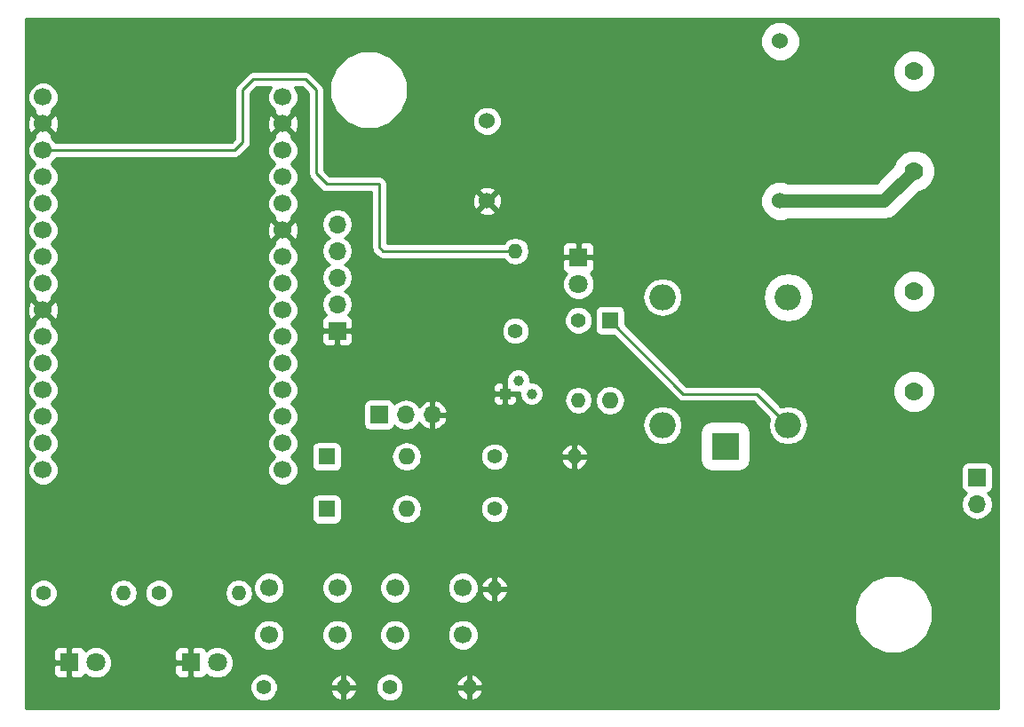
<source format=gbl>
G04 #@! TF.FileFunction,Copper,L2,Bot,Signal*
%FSLAX46Y46*%
G04 Gerber Fmt 4.6, Leading zero omitted, Abs format (unit mm)*
G04 Created by KiCad (PCBNEW 4.0.7-e2-6376~58~ubuntu16.04.1) date Fri Dec 29 21:32:54 2017*
%MOMM*%
%LPD*%
G01*
G04 APERTURE LIST*
%ADD10C,0.100000*%
%ADD11R,2.500000X2.500000*%
%ADD12O,2.500000X2.500000*%
%ADD13C,1.700000*%
%ADD14R,1.800000X1.800000*%
%ADD15C,1.800000*%
%ADD16R,1.600000X1.600000*%
%ADD17O,1.600000X1.600000*%
%ADD18C,1.778000*%
%ADD19C,1.000000*%
%ADD20R,1.000000X1.000000*%
%ADD21C,1.400000*%
%ADD22O,1.400000X1.400000*%
%ADD23C,1.524000*%
%ADD24R,1.700000X1.700000*%
%ADD25O,1.700000X1.700000*%
%ADD26C,0.400000*%
%ADD27C,0.250000*%
%ADD28C,1.270000*%
%ADD29C,0.254000*%
G04 APERTURE END LIST*
D10*
D11*
X174000000Y-79000000D03*
D12*
X180000000Y-77000000D03*
X180000000Y-64800000D03*
X168000000Y-64800000D03*
X168000000Y-77000000D03*
D13*
X131826000Y-81280000D03*
X131826000Y-78740000D03*
X131826000Y-76200000D03*
X131826000Y-73660000D03*
X131826000Y-71120000D03*
X131826000Y-68580000D03*
X131826000Y-66040000D03*
X131826000Y-63500000D03*
X131826000Y-60960000D03*
X131826000Y-58420000D03*
X131826000Y-55880000D03*
X131826000Y-53340000D03*
X131826000Y-50800000D03*
X131826000Y-48260000D03*
X131826000Y-45720000D03*
X108966000Y-81280000D03*
X108966000Y-78740000D03*
X108966000Y-76200000D03*
X108966000Y-73660000D03*
X108966000Y-71120000D03*
X108966000Y-68580000D03*
X108966000Y-66040000D03*
X108966000Y-63500000D03*
X108966000Y-60960000D03*
X108966000Y-58420000D03*
X108966000Y-55880000D03*
X108966000Y-53340000D03*
X108966000Y-50800000D03*
X108966000Y-48260000D03*
X108966000Y-45720000D03*
D14*
X123030000Y-99630000D03*
D15*
X125570000Y-99630000D03*
D14*
X111460000Y-99630000D03*
D15*
X114000000Y-99630000D03*
D16*
X136000000Y-80000000D03*
D17*
X143620000Y-80000000D03*
D16*
X136000000Y-85000000D03*
D17*
X143620000Y-85000000D03*
D16*
X163000000Y-67000000D03*
D17*
X163000000Y-74620000D03*
D14*
X160000000Y-61000000D03*
D15*
X160000000Y-63540000D03*
D18*
X192000000Y-52762500D03*
X192000000Y-43237500D03*
X192000000Y-73762500D03*
X192000000Y-64237500D03*
D19*
X154270000Y-72730000D03*
X155540000Y-74000000D03*
D20*
X153000000Y-74000000D03*
D21*
X142000000Y-102000000D03*
D22*
X149620000Y-102000000D03*
D21*
X130000000Y-102000000D03*
D22*
X137620000Y-102000000D03*
D21*
X120000000Y-93000000D03*
D22*
X127620000Y-93000000D03*
D21*
X109000000Y-93000000D03*
D22*
X116620000Y-93000000D03*
D21*
X152000000Y-80000000D03*
D22*
X159620000Y-80000000D03*
D21*
X154000000Y-68000000D03*
D22*
X154000000Y-60380000D03*
D21*
X152000000Y-85000000D03*
D22*
X152000000Y-92620000D03*
D21*
X160000000Y-67000000D03*
D22*
X160000000Y-74620000D03*
D13*
X142500000Y-92500000D03*
X149000000Y-92500000D03*
X142500000Y-97000000D03*
X149000000Y-97000000D03*
X130500000Y-92500000D03*
X137000000Y-92500000D03*
X130500000Y-97000000D03*
X137000000Y-97000000D03*
D23*
X179240000Y-55620000D03*
X179240000Y-40380000D03*
X151300000Y-55620000D03*
X151300000Y-48000000D03*
D24*
X198000000Y-82000000D03*
D25*
X198000000Y-84540000D03*
D24*
X141000000Y-76000000D03*
D25*
X143540000Y-76000000D03*
X146080000Y-76000000D03*
D24*
X137000000Y-68000000D03*
D25*
X137000000Y-65460000D03*
X137000000Y-62920000D03*
X137000000Y-60380000D03*
X137000000Y-57840000D03*
D26*
X149620000Y-102000000D02*
X149968000Y-102000000D01*
D27*
X170000000Y-74000000D02*
X163000000Y-67000000D01*
X177000000Y-74000000D02*
X170000000Y-74000000D01*
X180000000Y-77000000D02*
X177000000Y-74000000D01*
D28*
X179240000Y-55620000D02*
X189142500Y-55620000D01*
X189142500Y-55620000D02*
X192000000Y-52762500D01*
D27*
X154000000Y-60380000D02*
X141380000Y-60380000D01*
X127240000Y-50760000D02*
X108966000Y-50800000D01*
X128000000Y-50000000D02*
X127240000Y-50760000D01*
X128000000Y-45000000D02*
X128000000Y-50000000D01*
X129000000Y-44000000D02*
X128000000Y-45000000D01*
X134000000Y-44000000D02*
X129000000Y-44000000D01*
X135000000Y-45000000D02*
X134000000Y-44000000D01*
X135000000Y-53000000D02*
X135000000Y-45000000D01*
X136000000Y-54000000D02*
X135000000Y-53000000D01*
X141000000Y-54000000D02*
X136000000Y-54000000D01*
X141000000Y-54000000D02*
X141000000Y-54000000D01*
X141000000Y-60000000D02*
X141000000Y-54000000D01*
X141380000Y-60380000D02*
X141000000Y-60000000D01*
D29*
G36*
X200025000Y-104013000D02*
X107315000Y-104013000D01*
X107315000Y-102264383D01*
X128664769Y-102264383D01*
X128867582Y-102755229D01*
X129242796Y-103131098D01*
X129733287Y-103334768D01*
X130264383Y-103335231D01*
X130755229Y-103132418D01*
X131131098Y-102757204D01*
X131307106Y-102333329D01*
X136327284Y-102333329D01*
X136470203Y-102678396D01*
X136817337Y-103066764D01*
X137286669Y-103292727D01*
X137493000Y-103170206D01*
X137493000Y-102127000D01*
X137747000Y-102127000D01*
X137747000Y-103170206D01*
X137953331Y-103292727D01*
X138422663Y-103066764D01*
X138769797Y-102678396D01*
X138912716Y-102333329D01*
X138871501Y-102264383D01*
X140664769Y-102264383D01*
X140867582Y-102755229D01*
X141242796Y-103131098D01*
X141733287Y-103334768D01*
X142264383Y-103335231D01*
X142755229Y-103132418D01*
X143131098Y-102757204D01*
X143307106Y-102333329D01*
X148327284Y-102333329D01*
X148470203Y-102678396D01*
X148817337Y-103066764D01*
X149286669Y-103292727D01*
X149493000Y-103170206D01*
X149493000Y-102127000D01*
X149747000Y-102127000D01*
X149747000Y-103170206D01*
X149953331Y-103292727D01*
X150422663Y-103066764D01*
X150769797Y-102678396D01*
X150912716Y-102333329D01*
X150789374Y-102127000D01*
X149747000Y-102127000D01*
X149493000Y-102127000D01*
X148450626Y-102127000D01*
X148327284Y-102333329D01*
X143307106Y-102333329D01*
X143334768Y-102266713D01*
X143335231Y-101735617D01*
X143306744Y-101666671D01*
X148327284Y-101666671D01*
X148450626Y-101873000D01*
X149493000Y-101873000D01*
X149493000Y-100829794D01*
X149747000Y-100829794D01*
X149747000Y-101873000D01*
X150789374Y-101873000D01*
X150912716Y-101666671D01*
X150769797Y-101321604D01*
X150422663Y-100933236D01*
X149953331Y-100707273D01*
X149747000Y-100829794D01*
X149493000Y-100829794D01*
X149286669Y-100707273D01*
X148817337Y-100933236D01*
X148470203Y-101321604D01*
X148327284Y-101666671D01*
X143306744Y-101666671D01*
X143132418Y-101244771D01*
X142757204Y-100868902D01*
X142266713Y-100665232D01*
X141735617Y-100664769D01*
X141244771Y-100867582D01*
X140868902Y-101242796D01*
X140665232Y-101733287D01*
X140664769Y-102264383D01*
X138871501Y-102264383D01*
X138789374Y-102127000D01*
X137747000Y-102127000D01*
X137493000Y-102127000D01*
X136450626Y-102127000D01*
X136327284Y-102333329D01*
X131307106Y-102333329D01*
X131334768Y-102266713D01*
X131335231Y-101735617D01*
X131306744Y-101666671D01*
X136327284Y-101666671D01*
X136450626Y-101873000D01*
X137493000Y-101873000D01*
X137493000Y-100829794D01*
X137747000Y-100829794D01*
X137747000Y-101873000D01*
X138789374Y-101873000D01*
X138912716Y-101666671D01*
X138769797Y-101321604D01*
X138422663Y-100933236D01*
X137953331Y-100707273D01*
X137747000Y-100829794D01*
X137493000Y-100829794D01*
X137286669Y-100707273D01*
X136817337Y-100933236D01*
X136470203Y-101321604D01*
X136327284Y-101666671D01*
X131306744Y-101666671D01*
X131132418Y-101244771D01*
X130757204Y-100868902D01*
X130266713Y-100665232D01*
X129735617Y-100664769D01*
X129244771Y-100867582D01*
X128868902Y-101242796D01*
X128665232Y-101733287D01*
X128664769Y-102264383D01*
X107315000Y-102264383D01*
X107315000Y-99915750D01*
X109925000Y-99915750D01*
X109925000Y-100656310D01*
X110021673Y-100889699D01*
X110200302Y-101068327D01*
X110433691Y-101165000D01*
X111174250Y-101165000D01*
X111333000Y-101006250D01*
X111333000Y-99757000D01*
X110083750Y-99757000D01*
X109925000Y-99915750D01*
X107315000Y-99915750D01*
X107315000Y-98603690D01*
X109925000Y-98603690D01*
X109925000Y-99344250D01*
X110083750Y-99503000D01*
X111333000Y-99503000D01*
X111333000Y-98253750D01*
X111587000Y-98253750D01*
X111587000Y-99503000D01*
X111607000Y-99503000D01*
X111607000Y-99757000D01*
X111587000Y-99757000D01*
X111587000Y-101006250D01*
X111745750Y-101165000D01*
X112486309Y-101165000D01*
X112719698Y-101068327D01*
X112898327Y-100889699D01*
X112954119Y-100755006D01*
X113129357Y-100930551D01*
X113693330Y-101164733D01*
X114303991Y-101165265D01*
X114868371Y-100932068D01*
X115300551Y-100500643D01*
X115534733Y-99936670D01*
X115534751Y-99915750D01*
X121495000Y-99915750D01*
X121495000Y-100656310D01*
X121591673Y-100889699D01*
X121770302Y-101068327D01*
X122003691Y-101165000D01*
X122744250Y-101165000D01*
X122903000Y-101006250D01*
X122903000Y-99757000D01*
X121653750Y-99757000D01*
X121495000Y-99915750D01*
X115534751Y-99915750D01*
X115535265Y-99326009D01*
X115302068Y-98761629D01*
X115144405Y-98603690D01*
X121495000Y-98603690D01*
X121495000Y-99344250D01*
X121653750Y-99503000D01*
X122903000Y-99503000D01*
X122903000Y-98253750D01*
X123157000Y-98253750D01*
X123157000Y-99503000D01*
X123177000Y-99503000D01*
X123177000Y-99757000D01*
X123157000Y-99757000D01*
X123157000Y-101006250D01*
X123315750Y-101165000D01*
X124056309Y-101165000D01*
X124289698Y-101068327D01*
X124468327Y-100889699D01*
X124524119Y-100755006D01*
X124699357Y-100930551D01*
X125263330Y-101164733D01*
X125873991Y-101165265D01*
X126438371Y-100932068D01*
X126870551Y-100500643D01*
X127104733Y-99936670D01*
X127105265Y-99326009D01*
X126872068Y-98761629D01*
X126440643Y-98329449D01*
X125876670Y-98095267D01*
X125266009Y-98094735D01*
X124701629Y-98327932D01*
X124524159Y-98505092D01*
X124468327Y-98370301D01*
X124289698Y-98191673D01*
X124056309Y-98095000D01*
X123315750Y-98095000D01*
X123157000Y-98253750D01*
X122903000Y-98253750D01*
X122744250Y-98095000D01*
X122003691Y-98095000D01*
X121770302Y-98191673D01*
X121591673Y-98370301D01*
X121495000Y-98603690D01*
X115144405Y-98603690D01*
X114870643Y-98329449D01*
X114306670Y-98095267D01*
X113696009Y-98094735D01*
X113131629Y-98327932D01*
X112954159Y-98505092D01*
X112898327Y-98370301D01*
X112719698Y-98191673D01*
X112486309Y-98095000D01*
X111745750Y-98095000D01*
X111587000Y-98253750D01*
X111333000Y-98253750D01*
X111174250Y-98095000D01*
X110433691Y-98095000D01*
X110200302Y-98191673D01*
X110021673Y-98370301D01*
X109925000Y-98603690D01*
X107315000Y-98603690D01*
X107315000Y-97294089D01*
X129014743Y-97294089D01*
X129240344Y-97840086D01*
X129657717Y-98258188D01*
X130203319Y-98484742D01*
X130794089Y-98485257D01*
X131340086Y-98259656D01*
X131758188Y-97842283D01*
X131984742Y-97296681D01*
X131984744Y-97294089D01*
X135514743Y-97294089D01*
X135740344Y-97840086D01*
X136157717Y-98258188D01*
X136703319Y-98484742D01*
X137294089Y-98485257D01*
X137840086Y-98259656D01*
X138258188Y-97842283D01*
X138484742Y-97296681D01*
X138484744Y-97294089D01*
X141014743Y-97294089D01*
X141240344Y-97840086D01*
X141657717Y-98258188D01*
X142203319Y-98484742D01*
X142794089Y-98485257D01*
X143340086Y-98259656D01*
X143758188Y-97842283D01*
X143984742Y-97296681D01*
X143984744Y-97294089D01*
X147514743Y-97294089D01*
X147740344Y-97840086D01*
X148157717Y-98258188D01*
X148703319Y-98484742D01*
X149294089Y-98485257D01*
X149840086Y-98259656D01*
X150258188Y-97842283D01*
X150484742Y-97296681D01*
X150485257Y-96705911D01*
X150259656Y-96159914D01*
X149842283Y-95741812D01*
X149833330Y-95738094D01*
X186272355Y-95738094D01*
X186838561Y-97108418D01*
X187886068Y-98157754D01*
X189255402Y-98726351D01*
X190738094Y-98727645D01*
X192108418Y-98161439D01*
X193157754Y-97113932D01*
X193726351Y-95744598D01*
X193727645Y-94261906D01*
X193161439Y-92891582D01*
X192113932Y-91842246D01*
X190744598Y-91273649D01*
X189261906Y-91272355D01*
X187891582Y-91838561D01*
X186842246Y-92886068D01*
X186273649Y-94255402D01*
X186272355Y-95738094D01*
X149833330Y-95738094D01*
X149296681Y-95515258D01*
X148705911Y-95514743D01*
X148159914Y-95740344D01*
X147741812Y-96157717D01*
X147515258Y-96703319D01*
X147514743Y-97294089D01*
X143984744Y-97294089D01*
X143985257Y-96705911D01*
X143759656Y-96159914D01*
X143342283Y-95741812D01*
X142796681Y-95515258D01*
X142205911Y-95514743D01*
X141659914Y-95740344D01*
X141241812Y-96157717D01*
X141015258Y-96703319D01*
X141014743Y-97294089D01*
X138484744Y-97294089D01*
X138485257Y-96705911D01*
X138259656Y-96159914D01*
X137842283Y-95741812D01*
X137296681Y-95515258D01*
X136705911Y-95514743D01*
X136159914Y-95740344D01*
X135741812Y-96157717D01*
X135515258Y-96703319D01*
X135514743Y-97294089D01*
X131984744Y-97294089D01*
X131985257Y-96705911D01*
X131759656Y-96159914D01*
X131342283Y-95741812D01*
X130796681Y-95515258D01*
X130205911Y-95514743D01*
X129659914Y-95740344D01*
X129241812Y-96157717D01*
X129015258Y-96703319D01*
X129014743Y-97294089D01*
X107315000Y-97294089D01*
X107315000Y-93264383D01*
X107664769Y-93264383D01*
X107867582Y-93755229D01*
X108242796Y-94131098D01*
X108733287Y-94334768D01*
X109264383Y-94335231D01*
X109755229Y-94132418D01*
X110131098Y-93757204D01*
X110334768Y-93266713D01*
X110335000Y-93000000D01*
X115258846Y-93000000D01*
X115360467Y-93510882D01*
X115649858Y-93943988D01*
X116082964Y-94233379D01*
X116593846Y-94335000D01*
X116646154Y-94335000D01*
X117157036Y-94233379D01*
X117590142Y-93943988D01*
X117879533Y-93510882D01*
X117928564Y-93264383D01*
X118664769Y-93264383D01*
X118867582Y-93755229D01*
X119242796Y-94131098D01*
X119733287Y-94334768D01*
X120264383Y-94335231D01*
X120755229Y-94132418D01*
X121131098Y-93757204D01*
X121334768Y-93266713D01*
X121335000Y-93000000D01*
X126258846Y-93000000D01*
X126360467Y-93510882D01*
X126649858Y-93943988D01*
X127082964Y-94233379D01*
X127593846Y-94335000D01*
X127646154Y-94335000D01*
X128157036Y-94233379D01*
X128590142Y-93943988D01*
X128879533Y-93510882D01*
X128981154Y-93000000D01*
X128940196Y-92794089D01*
X129014743Y-92794089D01*
X129240344Y-93340086D01*
X129657717Y-93758188D01*
X130203319Y-93984742D01*
X130794089Y-93985257D01*
X131340086Y-93759656D01*
X131758188Y-93342283D01*
X131984742Y-92796681D01*
X131984744Y-92794089D01*
X135514743Y-92794089D01*
X135740344Y-93340086D01*
X136157717Y-93758188D01*
X136703319Y-93984742D01*
X137294089Y-93985257D01*
X137840086Y-93759656D01*
X138258188Y-93342283D01*
X138484742Y-92796681D01*
X138484744Y-92794089D01*
X141014743Y-92794089D01*
X141240344Y-93340086D01*
X141657717Y-93758188D01*
X142203319Y-93984742D01*
X142794089Y-93985257D01*
X143340086Y-93759656D01*
X143758188Y-93342283D01*
X143984742Y-92796681D01*
X143984744Y-92794089D01*
X147514743Y-92794089D01*
X147740344Y-93340086D01*
X148157717Y-93758188D01*
X148703319Y-93984742D01*
X149294089Y-93985257D01*
X149840086Y-93759656D01*
X150258188Y-93342283D01*
X150419695Y-92953331D01*
X150707273Y-92953331D01*
X150933236Y-93422663D01*
X151321604Y-93769797D01*
X151666671Y-93912716D01*
X151873000Y-93789374D01*
X151873000Y-92747000D01*
X152127000Y-92747000D01*
X152127000Y-93789374D01*
X152333329Y-93912716D01*
X152678396Y-93769797D01*
X153066764Y-93422663D01*
X153292727Y-92953331D01*
X153170206Y-92747000D01*
X152127000Y-92747000D01*
X151873000Y-92747000D01*
X150829794Y-92747000D01*
X150707273Y-92953331D01*
X150419695Y-92953331D01*
X150484742Y-92796681D01*
X150485186Y-92286669D01*
X150707273Y-92286669D01*
X150829794Y-92493000D01*
X151873000Y-92493000D01*
X151873000Y-91450626D01*
X152127000Y-91450626D01*
X152127000Y-92493000D01*
X153170206Y-92493000D01*
X153292727Y-92286669D01*
X153066764Y-91817337D01*
X152678396Y-91470203D01*
X152333329Y-91327284D01*
X152127000Y-91450626D01*
X151873000Y-91450626D01*
X151666671Y-91327284D01*
X151321604Y-91470203D01*
X150933236Y-91817337D01*
X150707273Y-92286669D01*
X150485186Y-92286669D01*
X150485257Y-92205911D01*
X150259656Y-91659914D01*
X149842283Y-91241812D01*
X149296681Y-91015258D01*
X148705911Y-91014743D01*
X148159914Y-91240344D01*
X147741812Y-91657717D01*
X147515258Y-92203319D01*
X147514743Y-92794089D01*
X143984744Y-92794089D01*
X143985257Y-92205911D01*
X143759656Y-91659914D01*
X143342283Y-91241812D01*
X142796681Y-91015258D01*
X142205911Y-91014743D01*
X141659914Y-91240344D01*
X141241812Y-91657717D01*
X141015258Y-92203319D01*
X141014743Y-92794089D01*
X138484744Y-92794089D01*
X138485257Y-92205911D01*
X138259656Y-91659914D01*
X137842283Y-91241812D01*
X137296681Y-91015258D01*
X136705911Y-91014743D01*
X136159914Y-91240344D01*
X135741812Y-91657717D01*
X135515258Y-92203319D01*
X135514743Y-92794089D01*
X131984744Y-92794089D01*
X131985257Y-92205911D01*
X131759656Y-91659914D01*
X131342283Y-91241812D01*
X130796681Y-91015258D01*
X130205911Y-91014743D01*
X129659914Y-91240344D01*
X129241812Y-91657717D01*
X129015258Y-92203319D01*
X129014743Y-92794089D01*
X128940196Y-92794089D01*
X128879533Y-92489118D01*
X128590142Y-92056012D01*
X128157036Y-91766621D01*
X127646154Y-91665000D01*
X127593846Y-91665000D01*
X127082964Y-91766621D01*
X126649858Y-92056012D01*
X126360467Y-92489118D01*
X126258846Y-93000000D01*
X121335000Y-93000000D01*
X121335231Y-92735617D01*
X121132418Y-92244771D01*
X120757204Y-91868902D01*
X120266713Y-91665232D01*
X119735617Y-91664769D01*
X119244771Y-91867582D01*
X118868902Y-92242796D01*
X118665232Y-92733287D01*
X118664769Y-93264383D01*
X117928564Y-93264383D01*
X117981154Y-93000000D01*
X117879533Y-92489118D01*
X117590142Y-92056012D01*
X117157036Y-91766621D01*
X116646154Y-91665000D01*
X116593846Y-91665000D01*
X116082964Y-91766621D01*
X115649858Y-92056012D01*
X115360467Y-92489118D01*
X115258846Y-93000000D01*
X110335000Y-93000000D01*
X110335231Y-92735617D01*
X110132418Y-92244771D01*
X109757204Y-91868902D01*
X109266713Y-91665232D01*
X108735617Y-91664769D01*
X108244771Y-91867582D01*
X107868902Y-92242796D01*
X107665232Y-92733287D01*
X107664769Y-93264383D01*
X107315000Y-93264383D01*
X107315000Y-84200000D01*
X134552560Y-84200000D01*
X134552560Y-85800000D01*
X134596838Y-86035317D01*
X134735910Y-86251441D01*
X134948110Y-86396431D01*
X135200000Y-86447440D01*
X136800000Y-86447440D01*
X137035317Y-86403162D01*
X137251441Y-86264090D01*
X137396431Y-86051890D01*
X137447440Y-85800000D01*
X137447440Y-85000000D01*
X142156887Y-85000000D01*
X142266120Y-85549151D01*
X142577189Y-86014698D01*
X143042736Y-86325767D01*
X143591887Y-86435000D01*
X143648113Y-86435000D01*
X144197264Y-86325767D01*
X144662811Y-86014698D01*
X144973880Y-85549151D01*
X145030523Y-85264383D01*
X150664769Y-85264383D01*
X150867582Y-85755229D01*
X151242796Y-86131098D01*
X151733287Y-86334768D01*
X152264383Y-86335231D01*
X152755229Y-86132418D01*
X153131098Y-85757204D01*
X153334768Y-85266713D01*
X153335231Y-84735617D01*
X153254404Y-84540000D01*
X196485907Y-84540000D01*
X196598946Y-85108285D01*
X196920853Y-85590054D01*
X197402622Y-85911961D01*
X197970907Y-86025000D01*
X198029093Y-86025000D01*
X198597378Y-85911961D01*
X199079147Y-85590054D01*
X199401054Y-85108285D01*
X199514093Y-84540000D01*
X199401054Y-83971715D01*
X199079147Y-83489946D01*
X199037548Y-83462150D01*
X199085317Y-83453162D01*
X199301441Y-83314090D01*
X199446431Y-83101890D01*
X199497440Y-82850000D01*
X199497440Y-81150000D01*
X199453162Y-80914683D01*
X199314090Y-80698559D01*
X199101890Y-80553569D01*
X198850000Y-80502560D01*
X197150000Y-80502560D01*
X196914683Y-80546838D01*
X196698559Y-80685910D01*
X196553569Y-80898110D01*
X196502560Y-81150000D01*
X196502560Y-82850000D01*
X196546838Y-83085317D01*
X196685910Y-83301441D01*
X196898110Y-83446431D01*
X196965541Y-83460086D01*
X196920853Y-83489946D01*
X196598946Y-83971715D01*
X196485907Y-84540000D01*
X153254404Y-84540000D01*
X153132418Y-84244771D01*
X152757204Y-83868902D01*
X152266713Y-83665232D01*
X151735617Y-83664769D01*
X151244771Y-83867582D01*
X150868902Y-84242796D01*
X150665232Y-84733287D01*
X150664769Y-85264383D01*
X145030523Y-85264383D01*
X145083113Y-85000000D01*
X144973880Y-84450849D01*
X144662811Y-83985302D01*
X144197264Y-83674233D01*
X143648113Y-83565000D01*
X143591887Y-83565000D01*
X143042736Y-83674233D01*
X142577189Y-83985302D01*
X142266120Y-84450849D01*
X142156887Y-85000000D01*
X137447440Y-85000000D01*
X137447440Y-84200000D01*
X137403162Y-83964683D01*
X137264090Y-83748559D01*
X137051890Y-83603569D01*
X136800000Y-83552560D01*
X135200000Y-83552560D01*
X134964683Y-83596838D01*
X134748559Y-83735910D01*
X134603569Y-83948110D01*
X134552560Y-84200000D01*
X107315000Y-84200000D01*
X107315000Y-68874089D01*
X107480743Y-68874089D01*
X107706344Y-69420086D01*
X108123717Y-69838188D01*
X108151557Y-69849748D01*
X108125914Y-69860344D01*
X107707812Y-70277717D01*
X107481258Y-70823319D01*
X107480743Y-71414089D01*
X107706344Y-71960086D01*
X108123717Y-72378188D01*
X108151557Y-72389748D01*
X108125914Y-72400344D01*
X107707812Y-72817717D01*
X107481258Y-73363319D01*
X107480743Y-73954089D01*
X107706344Y-74500086D01*
X108123717Y-74918188D01*
X108151557Y-74929748D01*
X108125914Y-74940344D01*
X107707812Y-75357717D01*
X107481258Y-75903319D01*
X107480743Y-76494089D01*
X107706344Y-77040086D01*
X108123717Y-77458188D01*
X108151557Y-77469748D01*
X108125914Y-77480344D01*
X107707812Y-77897717D01*
X107481258Y-78443319D01*
X107480743Y-79034089D01*
X107706344Y-79580086D01*
X108123717Y-79998188D01*
X108151557Y-80009748D01*
X108125914Y-80020344D01*
X107707812Y-80437717D01*
X107481258Y-80983319D01*
X107480743Y-81574089D01*
X107706344Y-82120086D01*
X108123717Y-82538188D01*
X108669319Y-82764742D01*
X109260089Y-82765257D01*
X109806086Y-82539656D01*
X110224188Y-82122283D01*
X110450742Y-81576681D01*
X110451257Y-80985911D01*
X110225656Y-80439914D01*
X109808283Y-80021812D01*
X109780443Y-80010252D01*
X109806086Y-79999656D01*
X110224188Y-79582283D01*
X110450742Y-79036681D01*
X110451257Y-78445911D01*
X110225656Y-77899914D01*
X109808283Y-77481812D01*
X109780443Y-77470252D01*
X109806086Y-77459656D01*
X110224188Y-77042283D01*
X110450742Y-76496681D01*
X110451257Y-75905911D01*
X110225656Y-75359914D01*
X109808283Y-74941812D01*
X109780443Y-74930252D01*
X109806086Y-74919656D01*
X110224188Y-74502283D01*
X110450742Y-73956681D01*
X110451257Y-73365911D01*
X110225656Y-72819914D01*
X109808283Y-72401812D01*
X109780443Y-72390252D01*
X109806086Y-72379656D01*
X110224188Y-71962283D01*
X110450742Y-71416681D01*
X110451257Y-70825911D01*
X110225656Y-70279914D01*
X109808283Y-69861812D01*
X109780443Y-69850252D01*
X109806086Y-69839656D01*
X110224188Y-69422283D01*
X110450742Y-68876681D01*
X110451257Y-68285911D01*
X110225656Y-67739914D01*
X109808283Y-67321812D01*
X109760688Y-67302049D01*
X109830353Y-67083958D01*
X108966000Y-66219605D01*
X108101647Y-67083958D01*
X108171181Y-67301640D01*
X108125914Y-67320344D01*
X107707812Y-67737717D01*
X107481258Y-68283319D01*
X107480743Y-68874089D01*
X107315000Y-68874089D01*
X107315000Y-65811279D01*
X107469282Y-65811279D01*
X107495685Y-66401458D01*
X107670741Y-66824080D01*
X107922042Y-66904353D01*
X108786395Y-66040000D01*
X109145605Y-66040000D01*
X110009958Y-66904353D01*
X110261259Y-66824080D01*
X110462718Y-66268721D01*
X110436315Y-65678542D01*
X110261259Y-65255920D01*
X110009958Y-65175647D01*
X109145605Y-66040000D01*
X108786395Y-66040000D01*
X107922042Y-65175647D01*
X107670741Y-65255920D01*
X107469282Y-65811279D01*
X107315000Y-65811279D01*
X107315000Y-51094089D01*
X107480743Y-51094089D01*
X107706344Y-51640086D01*
X108123717Y-52058188D01*
X108151557Y-52069748D01*
X108125914Y-52080344D01*
X107707812Y-52497717D01*
X107481258Y-53043319D01*
X107480743Y-53634089D01*
X107706344Y-54180086D01*
X108123717Y-54598188D01*
X108151557Y-54609748D01*
X108125914Y-54620344D01*
X107707812Y-55037717D01*
X107481258Y-55583319D01*
X107480743Y-56174089D01*
X107706344Y-56720086D01*
X108123717Y-57138188D01*
X108151557Y-57149748D01*
X108125914Y-57160344D01*
X107707812Y-57577717D01*
X107481258Y-58123319D01*
X107480743Y-58714089D01*
X107706344Y-59260086D01*
X108123717Y-59678188D01*
X108151557Y-59689748D01*
X108125914Y-59700344D01*
X107707812Y-60117717D01*
X107481258Y-60663319D01*
X107480743Y-61254089D01*
X107706344Y-61800086D01*
X108123717Y-62218188D01*
X108151557Y-62229748D01*
X108125914Y-62240344D01*
X107707812Y-62657717D01*
X107481258Y-63203319D01*
X107480743Y-63794089D01*
X107706344Y-64340086D01*
X108123717Y-64758188D01*
X108171312Y-64777951D01*
X108101647Y-64996042D01*
X108966000Y-65860395D01*
X109830353Y-64996042D01*
X109760819Y-64778360D01*
X109806086Y-64759656D01*
X110224188Y-64342283D01*
X110450742Y-63796681D01*
X110451257Y-63205911D01*
X110225656Y-62659914D01*
X109808283Y-62241812D01*
X109780443Y-62230252D01*
X109806086Y-62219656D01*
X110224188Y-61802283D01*
X110450742Y-61256681D01*
X110450744Y-61254089D01*
X130340743Y-61254089D01*
X130566344Y-61800086D01*
X130983717Y-62218188D01*
X131011557Y-62229748D01*
X130985914Y-62240344D01*
X130567812Y-62657717D01*
X130341258Y-63203319D01*
X130340743Y-63794089D01*
X130566344Y-64340086D01*
X130983717Y-64758188D01*
X131011557Y-64769748D01*
X130985914Y-64780344D01*
X130567812Y-65197717D01*
X130341258Y-65743319D01*
X130340743Y-66334089D01*
X130566344Y-66880086D01*
X130983717Y-67298188D01*
X131011557Y-67309748D01*
X130985914Y-67320344D01*
X130567812Y-67737717D01*
X130341258Y-68283319D01*
X130340743Y-68874089D01*
X130566344Y-69420086D01*
X130983717Y-69838188D01*
X131011557Y-69849748D01*
X130985914Y-69860344D01*
X130567812Y-70277717D01*
X130341258Y-70823319D01*
X130340743Y-71414089D01*
X130566344Y-71960086D01*
X130983717Y-72378188D01*
X131011557Y-72389748D01*
X130985914Y-72400344D01*
X130567812Y-72817717D01*
X130341258Y-73363319D01*
X130340743Y-73954089D01*
X130566344Y-74500086D01*
X130983717Y-74918188D01*
X131011557Y-74929748D01*
X130985914Y-74940344D01*
X130567812Y-75357717D01*
X130341258Y-75903319D01*
X130340743Y-76494089D01*
X130566344Y-77040086D01*
X130983717Y-77458188D01*
X131011557Y-77469748D01*
X130985914Y-77480344D01*
X130567812Y-77897717D01*
X130341258Y-78443319D01*
X130340743Y-79034089D01*
X130566344Y-79580086D01*
X130983717Y-79998188D01*
X131011557Y-80009748D01*
X130985914Y-80020344D01*
X130567812Y-80437717D01*
X130341258Y-80983319D01*
X130340743Y-81574089D01*
X130566344Y-82120086D01*
X130983717Y-82538188D01*
X131529319Y-82764742D01*
X132120089Y-82765257D01*
X132666086Y-82539656D01*
X133084188Y-82122283D01*
X133310742Y-81576681D01*
X133311257Y-80985911D01*
X133085656Y-80439914D01*
X132668283Y-80021812D01*
X132640443Y-80010252D01*
X132666086Y-79999656D01*
X133084188Y-79582283D01*
X133242925Y-79200000D01*
X134552560Y-79200000D01*
X134552560Y-80800000D01*
X134596838Y-81035317D01*
X134735910Y-81251441D01*
X134948110Y-81396431D01*
X135200000Y-81447440D01*
X136800000Y-81447440D01*
X137035317Y-81403162D01*
X137251441Y-81264090D01*
X137396431Y-81051890D01*
X137447440Y-80800000D01*
X137447440Y-80000000D01*
X142156887Y-80000000D01*
X142266120Y-80549151D01*
X142577189Y-81014698D01*
X143042736Y-81325767D01*
X143591887Y-81435000D01*
X143648113Y-81435000D01*
X144197264Y-81325767D01*
X144662811Y-81014698D01*
X144973880Y-80549151D01*
X145030523Y-80264383D01*
X150664769Y-80264383D01*
X150867582Y-80755229D01*
X151242796Y-81131098D01*
X151733287Y-81334768D01*
X152264383Y-81335231D01*
X152755229Y-81132418D01*
X153131098Y-80757204D01*
X153307106Y-80333329D01*
X158327284Y-80333329D01*
X158470203Y-80678396D01*
X158817337Y-81066764D01*
X159286669Y-81292727D01*
X159493000Y-81170206D01*
X159493000Y-80127000D01*
X159747000Y-80127000D01*
X159747000Y-81170206D01*
X159953331Y-81292727D01*
X160422663Y-81066764D01*
X160769797Y-80678396D01*
X160912716Y-80333329D01*
X160789374Y-80127000D01*
X159747000Y-80127000D01*
X159493000Y-80127000D01*
X158450626Y-80127000D01*
X158327284Y-80333329D01*
X153307106Y-80333329D01*
X153334768Y-80266713D01*
X153335231Y-79735617D01*
X153306744Y-79666671D01*
X158327284Y-79666671D01*
X158450626Y-79873000D01*
X159493000Y-79873000D01*
X159493000Y-78829794D01*
X159747000Y-78829794D01*
X159747000Y-79873000D01*
X160789374Y-79873000D01*
X160912716Y-79666671D01*
X160769797Y-79321604D01*
X160422663Y-78933236D01*
X159953331Y-78707273D01*
X159747000Y-78829794D01*
X159493000Y-78829794D01*
X159286669Y-78707273D01*
X158817337Y-78933236D01*
X158470203Y-79321604D01*
X158327284Y-79666671D01*
X153306744Y-79666671D01*
X153132418Y-79244771D01*
X152757204Y-78868902D01*
X152266713Y-78665232D01*
X151735617Y-78664769D01*
X151244771Y-78867582D01*
X150868902Y-79242796D01*
X150665232Y-79733287D01*
X150664769Y-80264383D01*
X145030523Y-80264383D01*
X145083113Y-80000000D01*
X144973880Y-79450849D01*
X144662811Y-78985302D01*
X144197264Y-78674233D01*
X143648113Y-78565000D01*
X143591887Y-78565000D01*
X143042736Y-78674233D01*
X142577189Y-78985302D01*
X142266120Y-79450849D01*
X142156887Y-80000000D01*
X137447440Y-80000000D01*
X137447440Y-79200000D01*
X137403162Y-78964683D01*
X137264090Y-78748559D01*
X137051890Y-78603569D01*
X136800000Y-78552560D01*
X135200000Y-78552560D01*
X134964683Y-78596838D01*
X134748559Y-78735910D01*
X134603569Y-78948110D01*
X134552560Y-79200000D01*
X133242925Y-79200000D01*
X133310742Y-79036681D01*
X133311257Y-78445911D01*
X133085656Y-77899914D01*
X132668283Y-77481812D01*
X132640443Y-77470252D01*
X132666086Y-77459656D01*
X133084188Y-77042283D01*
X133310742Y-76496681D01*
X133311257Y-75905911D01*
X133085656Y-75359914D01*
X132876109Y-75150000D01*
X139502560Y-75150000D01*
X139502560Y-76850000D01*
X139546838Y-77085317D01*
X139685910Y-77301441D01*
X139898110Y-77446431D01*
X140150000Y-77497440D01*
X141850000Y-77497440D01*
X142085317Y-77453162D01*
X142301441Y-77314090D01*
X142446431Y-77101890D01*
X142460086Y-77034459D01*
X142489946Y-77079147D01*
X142971715Y-77401054D01*
X143540000Y-77514093D01*
X144108285Y-77401054D01*
X144590054Y-77079147D01*
X144817702Y-76738447D01*
X144884817Y-76881358D01*
X145313076Y-77271645D01*
X145723110Y-77441476D01*
X145953000Y-77320155D01*
X145953000Y-76127000D01*
X146207000Y-76127000D01*
X146207000Y-77320155D01*
X146436890Y-77441476D01*
X146846924Y-77271645D01*
X147144998Y-77000000D01*
X166078071Y-77000000D01*
X166221558Y-77721358D01*
X166630175Y-78332896D01*
X167241713Y-78741513D01*
X167963071Y-78885000D01*
X168036929Y-78885000D01*
X168758287Y-78741513D01*
X169369825Y-78332896D01*
X169759304Y-77750000D01*
X171600921Y-77750000D01*
X171600921Y-80250000D01*
X171679506Y-80667641D01*
X171926331Y-81051219D01*
X172302944Y-81308548D01*
X172750000Y-81399079D01*
X175250000Y-81399079D01*
X175667641Y-81320494D01*
X176051219Y-81073669D01*
X176308548Y-80697056D01*
X176399079Y-80250000D01*
X176399079Y-77750000D01*
X176320494Y-77332359D01*
X176073669Y-76948781D01*
X175697056Y-76691452D01*
X175250000Y-76600921D01*
X172750000Y-76600921D01*
X172332359Y-76679506D01*
X171948781Y-76926331D01*
X171691452Y-77302944D01*
X171600921Y-77750000D01*
X169759304Y-77750000D01*
X169778442Y-77721358D01*
X169921929Y-77000000D01*
X169778442Y-76278642D01*
X169369825Y-75667104D01*
X168758287Y-75258487D01*
X168036929Y-75115000D01*
X167963071Y-75115000D01*
X167241713Y-75258487D01*
X166630175Y-75667104D01*
X166221558Y-76278642D01*
X166078071Y-77000000D01*
X147144998Y-77000000D01*
X147275183Y-76881358D01*
X147521486Y-76356892D01*
X147400819Y-76127000D01*
X146207000Y-76127000D01*
X145953000Y-76127000D01*
X145933000Y-76127000D01*
X145933000Y-75873000D01*
X145953000Y-75873000D01*
X145953000Y-74679845D01*
X146207000Y-74679845D01*
X146207000Y-75873000D01*
X147400819Y-75873000D01*
X147521486Y-75643108D01*
X147275183Y-75118642D01*
X146846924Y-74728355D01*
X146436890Y-74558524D01*
X146207000Y-74679845D01*
X145953000Y-74679845D01*
X145723110Y-74558524D01*
X145313076Y-74728355D01*
X144884817Y-75118642D01*
X144817702Y-75261553D01*
X144590054Y-74920853D01*
X144108285Y-74598946D01*
X143540000Y-74485907D01*
X142971715Y-74598946D01*
X142489946Y-74920853D01*
X142462150Y-74962452D01*
X142453162Y-74914683D01*
X142314090Y-74698559D01*
X142101890Y-74553569D01*
X141850000Y-74502560D01*
X140150000Y-74502560D01*
X139914683Y-74546838D01*
X139698559Y-74685910D01*
X139553569Y-74898110D01*
X139502560Y-75150000D01*
X132876109Y-75150000D01*
X132668283Y-74941812D01*
X132640443Y-74930252D01*
X132666086Y-74919656D01*
X133084188Y-74502283D01*
X133174100Y-74285750D01*
X151865000Y-74285750D01*
X151865000Y-74626309D01*
X151961673Y-74859698D01*
X152140301Y-75038327D01*
X152373690Y-75135000D01*
X152714250Y-75135000D01*
X152873000Y-74976250D01*
X152873000Y-74127000D01*
X153127000Y-74127000D01*
X153127000Y-74976250D01*
X153285750Y-75135000D01*
X153626310Y-75135000D01*
X153859699Y-75038327D01*
X154038327Y-74859698D01*
X154135000Y-74626309D01*
X154135000Y-74285750D01*
X153976250Y-74127000D01*
X153127000Y-74127000D01*
X152873000Y-74127000D01*
X152023750Y-74127000D01*
X151865000Y-74285750D01*
X133174100Y-74285750D01*
X133310742Y-73956681D01*
X133311250Y-73373691D01*
X151865000Y-73373691D01*
X151865000Y-73714250D01*
X152023750Y-73873000D01*
X152873000Y-73873000D01*
X152873000Y-73023750D01*
X153127000Y-73023750D01*
X153127000Y-73873000D01*
X153976250Y-73873000D01*
X154001698Y-73847552D01*
X154043244Y-73864803D01*
X154405117Y-73865119D01*
X154404803Y-74224775D01*
X154577233Y-74642086D01*
X154896235Y-74961645D01*
X155313244Y-75134803D01*
X155764775Y-75135197D01*
X156182086Y-74962767D01*
X156501645Y-74643765D01*
X156522373Y-74593846D01*
X158665000Y-74593846D01*
X158665000Y-74646154D01*
X158766621Y-75157036D01*
X159056012Y-75590142D01*
X159489118Y-75879533D01*
X160000000Y-75981154D01*
X160510882Y-75879533D01*
X160943988Y-75590142D01*
X161233379Y-75157036D01*
X161335000Y-74646154D01*
X161335000Y-74593846D01*
X161334611Y-74591887D01*
X161565000Y-74591887D01*
X161565000Y-74648113D01*
X161674233Y-75197264D01*
X161985302Y-75662811D01*
X162450849Y-75973880D01*
X163000000Y-76083113D01*
X163549151Y-75973880D01*
X164014698Y-75662811D01*
X164325767Y-75197264D01*
X164435000Y-74648113D01*
X164435000Y-74591887D01*
X164325767Y-74042736D01*
X164014698Y-73577189D01*
X163549151Y-73266120D01*
X163000000Y-73156887D01*
X162450849Y-73266120D01*
X161985302Y-73577189D01*
X161674233Y-74042736D01*
X161565000Y-74591887D01*
X161334611Y-74591887D01*
X161233379Y-74082964D01*
X160943988Y-73649858D01*
X160510882Y-73360467D01*
X160000000Y-73258846D01*
X159489118Y-73360467D01*
X159056012Y-73649858D01*
X158766621Y-74082964D01*
X158665000Y-74593846D01*
X156522373Y-74593846D01*
X156674803Y-74226756D01*
X156675197Y-73775225D01*
X156502767Y-73357914D01*
X156183765Y-73038355D01*
X155766756Y-72865197D01*
X155404883Y-72864881D01*
X155405197Y-72505225D01*
X155232767Y-72087914D01*
X154913765Y-71768355D01*
X154496756Y-71595197D01*
X154045225Y-71594803D01*
X153627914Y-71767233D01*
X153308355Y-72086235D01*
X153135197Y-72503244D01*
X153134803Y-72954775D01*
X153152689Y-72998061D01*
X153127000Y-73023750D01*
X152873000Y-73023750D01*
X152714250Y-72865000D01*
X152373690Y-72865000D01*
X152140301Y-72961673D01*
X151961673Y-73140302D01*
X151865000Y-73373691D01*
X133311250Y-73373691D01*
X133311257Y-73365911D01*
X133085656Y-72819914D01*
X132668283Y-72401812D01*
X132640443Y-72390252D01*
X132666086Y-72379656D01*
X133084188Y-71962283D01*
X133310742Y-71416681D01*
X133311257Y-70825911D01*
X133085656Y-70279914D01*
X132668283Y-69861812D01*
X132640443Y-69850252D01*
X132666086Y-69839656D01*
X133084188Y-69422283D01*
X133310742Y-68876681D01*
X133311257Y-68285911D01*
X133311191Y-68285750D01*
X135515000Y-68285750D01*
X135515000Y-68976310D01*
X135611673Y-69209699D01*
X135790302Y-69388327D01*
X136023691Y-69485000D01*
X136714250Y-69485000D01*
X136873000Y-69326250D01*
X136873000Y-68127000D01*
X137127000Y-68127000D01*
X137127000Y-69326250D01*
X137285750Y-69485000D01*
X137976309Y-69485000D01*
X138209698Y-69388327D01*
X138388327Y-69209699D01*
X138485000Y-68976310D01*
X138485000Y-68285750D01*
X138463633Y-68264383D01*
X152664769Y-68264383D01*
X152867582Y-68755229D01*
X153242796Y-69131098D01*
X153733287Y-69334768D01*
X154264383Y-69335231D01*
X154755229Y-69132418D01*
X155131098Y-68757204D01*
X155334768Y-68266713D01*
X155335231Y-67735617D01*
X155140522Y-67264383D01*
X158664769Y-67264383D01*
X158867582Y-67755229D01*
X159242796Y-68131098D01*
X159733287Y-68334768D01*
X160264383Y-68335231D01*
X160755229Y-68132418D01*
X161131098Y-67757204D01*
X161334768Y-67266713D01*
X161335231Y-66735617D01*
X161132418Y-66244771D01*
X161087726Y-66200000D01*
X161552560Y-66200000D01*
X161552560Y-67800000D01*
X161596838Y-68035317D01*
X161735910Y-68251441D01*
X161948110Y-68396431D01*
X162200000Y-68447440D01*
X163372638Y-68447440D01*
X169462599Y-74537401D01*
X169709161Y-74702148D01*
X170000000Y-74760000D01*
X176685198Y-74760000D01*
X178218618Y-76293420D01*
X178078071Y-77000000D01*
X178221558Y-77721358D01*
X178630175Y-78332896D01*
X179241713Y-78741513D01*
X179963071Y-78885000D01*
X180036929Y-78885000D01*
X180758287Y-78741513D01*
X181369825Y-78332896D01*
X181778442Y-77721358D01*
X181921929Y-77000000D01*
X181778442Y-76278642D01*
X181369825Y-75667104D01*
X180758287Y-75258487D01*
X180036929Y-75115000D01*
X179963071Y-75115000D01*
X179318096Y-75243294D01*
X178236550Y-74161748D01*
X189983651Y-74161748D01*
X190289922Y-74902981D01*
X190856537Y-75470585D01*
X191597233Y-75778150D01*
X192399248Y-75778849D01*
X193140481Y-75472578D01*
X193708085Y-74905963D01*
X194015650Y-74165267D01*
X194016349Y-73363252D01*
X193710078Y-72622019D01*
X193143463Y-72054415D01*
X192402767Y-71746850D01*
X191600752Y-71746151D01*
X190859519Y-72052422D01*
X190291915Y-72619037D01*
X189984350Y-73359733D01*
X189983651Y-74161748D01*
X178236550Y-74161748D01*
X177537401Y-73462599D01*
X177290839Y-73297852D01*
X177000000Y-73240000D01*
X170314802Y-73240000D01*
X164447440Y-67372638D01*
X164447440Y-66200000D01*
X164403162Y-65964683D01*
X164264090Y-65748559D01*
X164051890Y-65603569D01*
X163800000Y-65552560D01*
X162200000Y-65552560D01*
X161964683Y-65596838D01*
X161748559Y-65735910D01*
X161603569Y-65948110D01*
X161552560Y-66200000D01*
X161087726Y-66200000D01*
X160757204Y-65868902D01*
X160266713Y-65665232D01*
X159735617Y-65664769D01*
X159244771Y-65867582D01*
X158868902Y-66242796D01*
X158665232Y-66733287D01*
X158664769Y-67264383D01*
X155140522Y-67264383D01*
X155132418Y-67244771D01*
X154757204Y-66868902D01*
X154266713Y-66665232D01*
X153735617Y-66664769D01*
X153244771Y-66867582D01*
X152868902Y-67242796D01*
X152665232Y-67733287D01*
X152664769Y-68264383D01*
X138463633Y-68264383D01*
X138326250Y-68127000D01*
X137127000Y-68127000D01*
X136873000Y-68127000D01*
X135673750Y-68127000D01*
X135515000Y-68285750D01*
X133311191Y-68285750D01*
X133085656Y-67739914D01*
X132668283Y-67321812D01*
X132640443Y-67310252D01*
X132666086Y-67299656D01*
X133084188Y-66882283D01*
X133310742Y-66336681D01*
X133311257Y-65745911D01*
X133085656Y-65199914D01*
X132668283Y-64781812D01*
X132640443Y-64770252D01*
X132666086Y-64759656D01*
X133084188Y-64342283D01*
X133310742Y-63796681D01*
X133311257Y-63205911D01*
X133085656Y-62659914D01*
X132668283Y-62241812D01*
X132640443Y-62230252D01*
X132666086Y-62219656D01*
X133084188Y-61802283D01*
X133310742Y-61256681D01*
X133311257Y-60665911D01*
X133085656Y-60119914D01*
X132668283Y-59701812D01*
X132620688Y-59682049D01*
X132690353Y-59463958D01*
X131826000Y-58599605D01*
X130961647Y-59463958D01*
X131031181Y-59681640D01*
X130985914Y-59700344D01*
X130567812Y-60117717D01*
X130341258Y-60663319D01*
X130340743Y-61254089D01*
X110450744Y-61254089D01*
X110451257Y-60665911D01*
X110225656Y-60119914D01*
X109808283Y-59701812D01*
X109780443Y-59690252D01*
X109806086Y-59679656D01*
X110224188Y-59262283D01*
X110450742Y-58716681D01*
X110451200Y-58191279D01*
X130329282Y-58191279D01*
X130355685Y-58781458D01*
X130530741Y-59204080D01*
X130782042Y-59284353D01*
X131646395Y-58420000D01*
X132005605Y-58420000D01*
X132869958Y-59284353D01*
X133121259Y-59204080D01*
X133322718Y-58648721D01*
X133296315Y-58058542D01*
X133205792Y-57840000D01*
X135485907Y-57840000D01*
X135598946Y-58408285D01*
X135920853Y-58890054D01*
X136250026Y-59110000D01*
X135920853Y-59329946D01*
X135598946Y-59811715D01*
X135485907Y-60380000D01*
X135598946Y-60948285D01*
X135920853Y-61430054D01*
X136250026Y-61650000D01*
X135920853Y-61869946D01*
X135598946Y-62351715D01*
X135485907Y-62920000D01*
X135598946Y-63488285D01*
X135920853Y-63970054D01*
X136250026Y-64190000D01*
X135920853Y-64409946D01*
X135598946Y-64891715D01*
X135485907Y-65460000D01*
X135598946Y-66028285D01*
X135920853Y-66510054D01*
X135964777Y-66539403D01*
X135790302Y-66611673D01*
X135611673Y-66790301D01*
X135515000Y-67023690D01*
X135515000Y-67714250D01*
X135673750Y-67873000D01*
X136873000Y-67873000D01*
X136873000Y-67853000D01*
X137127000Y-67853000D01*
X137127000Y-67873000D01*
X138326250Y-67873000D01*
X138485000Y-67714250D01*
X138485000Y-67023690D01*
X138388327Y-66790301D01*
X138209698Y-66611673D01*
X138035223Y-66539403D01*
X138079147Y-66510054D01*
X138401054Y-66028285D01*
X138514093Y-65460000D01*
X138401054Y-64891715D01*
X138079147Y-64409946D01*
X137749974Y-64190000D01*
X138079147Y-63970054D01*
X138163379Y-63843991D01*
X158464735Y-63843991D01*
X158697932Y-64408371D01*
X159129357Y-64840551D01*
X159693330Y-65074733D01*
X160303991Y-65075265D01*
X160868371Y-64842068D01*
X160910512Y-64800000D01*
X166078071Y-64800000D01*
X166221558Y-65521358D01*
X166630175Y-66132896D01*
X167241713Y-66541513D01*
X167963071Y-66685000D01*
X168036929Y-66685000D01*
X168758287Y-66541513D01*
X169369825Y-66132896D01*
X169778442Y-65521358D01*
X169921929Y-64800000D01*
X177576432Y-64800000D01*
X177757370Y-65709639D01*
X178272639Y-66480793D01*
X179043793Y-66996062D01*
X179953432Y-67177000D01*
X180046568Y-67177000D01*
X180956207Y-66996062D01*
X181727361Y-66480793D01*
X182242630Y-65709639D01*
X182423568Y-64800000D01*
X182391096Y-64636748D01*
X189983651Y-64636748D01*
X190289922Y-65377981D01*
X190856537Y-65945585D01*
X191597233Y-66253150D01*
X192399248Y-66253849D01*
X193140481Y-65947578D01*
X193708085Y-65380963D01*
X194015650Y-64640267D01*
X194016349Y-63838252D01*
X193710078Y-63097019D01*
X193143463Y-62529415D01*
X192402767Y-62221850D01*
X191600752Y-62221151D01*
X190859519Y-62527422D01*
X190291915Y-63094037D01*
X189984350Y-63834733D01*
X189983651Y-64636748D01*
X182391096Y-64636748D01*
X182242630Y-63890361D01*
X181727361Y-63119207D01*
X180956207Y-62603938D01*
X180046568Y-62423000D01*
X179953432Y-62423000D01*
X179043793Y-62603938D01*
X178272639Y-63119207D01*
X177757370Y-63890361D01*
X177576432Y-64800000D01*
X169921929Y-64800000D01*
X169778442Y-64078642D01*
X169369825Y-63467104D01*
X168758287Y-63058487D01*
X168036929Y-62915000D01*
X167963071Y-62915000D01*
X167241713Y-63058487D01*
X166630175Y-63467104D01*
X166221558Y-64078642D01*
X166078071Y-64800000D01*
X160910512Y-64800000D01*
X161300551Y-64410643D01*
X161534733Y-63846670D01*
X161535265Y-63236009D01*
X161302068Y-62671629D01*
X161124908Y-62494159D01*
X161259699Y-62438327D01*
X161438327Y-62259698D01*
X161535000Y-62026309D01*
X161535000Y-61285750D01*
X161376250Y-61127000D01*
X160127000Y-61127000D01*
X160127000Y-61147000D01*
X159873000Y-61147000D01*
X159873000Y-61127000D01*
X158623750Y-61127000D01*
X158465000Y-61285750D01*
X158465000Y-62026309D01*
X158561673Y-62259698D01*
X158740301Y-62438327D01*
X158874994Y-62494119D01*
X158699449Y-62669357D01*
X158465267Y-63233330D01*
X158464735Y-63843991D01*
X138163379Y-63843991D01*
X138401054Y-63488285D01*
X138514093Y-62920000D01*
X138401054Y-62351715D01*
X138079147Y-61869946D01*
X137749974Y-61650000D01*
X138079147Y-61430054D01*
X138401054Y-60948285D01*
X138514093Y-60380000D01*
X138401054Y-59811715D01*
X138079147Y-59329946D01*
X137749974Y-59110000D01*
X138079147Y-58890054D01*
X138401054Y-58408285D01*
X138514093Y-57840000D01*
X138401054Y-57271715D01*
X138079147Y-56789946D01*
X137597378Y-56468039D01*
X137029093Y-56355000D01*
X136970907Y-56355000D01*
X136402622Y-56468039D01*
X135920853Y-56789946D01*
X135598946Y-57271715D01*
X135485907Y-57840000D01*
X133205792Y-57840000D01*
X133121259Y-57635920D01*
X132869958Y-57555647D01*
X132005605Y-58420000D01*
X131646395Y-58420000D01*
X130782042Y-57555647D01*
X130530741Y-57635920D01*
X130329282Y-58191279D01*
X110451200Y-58191279D01*
X110451257Y-58125911D01*
X110225656Y-57579914D01*
X109808283Y-57161812D01*
X109780443Y-57150252D01*
X109806086Y-57139656D01*
X110224188Y-56722283D01*
X110450742Y-56176681D01*
X110451257Y-55585911D01*
X110225656Y-55039914D01*
X109808283Y-54621812D01*
X109780443Y-54610252D01*
X109806086Y-54599656D01*
X110224188Y-54182283D01*
X110450742Y-53636681D01*
X110451257Y-53045911D01*
X110225656Y-52499914D01*
X109808283Y-52081812D01*
X109780443Y-52070252D01*
X109806086Y-52059656D01*
X110224188Y-51642283D01*
X110259530Y-51557170D01*
X127241664Y-51519998D01*
X127386256Y-51490908D01*
X127530839Y-51462148D01*
X127531543Y-51461677D01*
X127532375Y-51461510D01*
X127654755Y-51379350D01*
X127777401Y-51297401D01*
X127980713Y-51094089D01*
X130340743Y-51094089D01*
X130566344Y-51640086D01*
X130983717Y-52058188D01*
X131011557Y-52069748D01*
X130985914Y-52080344D01*
X130567812Y-52497717D01*
X130341258Y-53043319D01*
X130340743Y-53634089D01*
X130566344Y-54180086D01*
X130983717Y-54598188D01*
X131011557Y-54609748D01*
X130985914Y-54620344D01*
X130567812Y-55037717D01*
X130341258Y-55583319D01*
X130340743Y-56174089D01*
X130566344Y-56720086D01*
X130983717Y-57138188D01*
X131031312Y-57157951D01*
X130961647Y-57376042D01*
X131826000Y-58240395D01*
X132690353Y-57376042D01*
X132620819Y-57158360D01*
X132666086Y-57139656D01*
X133084188Y-56722283D01*
X133310742Y-56176681D01*
X133311257Y-55585911D01*
X133085656Y-55039914D01*
X132668283Y-54621812D01*
X132640443Y-54610252D01*
X132666086Y-54599656D01*
X133084188Y-54182283D01*
X133310742Y-53636681D01*
X133311257Y-53045911D01*
X133085656Y-52499914D01*
X132668283Y-52081812D01*
X132640443Y-52070252D01*
X132666086Y-52059656D01*
X133084188Y-51642283D01*
X133310742Y-51096681D01*
X133311257Y-50505911D01*
X133085656Y-49959914D01*
X132668283Y-49541812D01*
X132620688Y-49522049D01*
X132690353Y-49303958D01*
X131826000Y-48439605D01*
X130961647Y-49303958D01*
X131031181Y-49521640D01*
X130985914Y-49540344D01*
X130567812Y-49957717D01*
X130341258Y-50503319D01*
X130340743Y-51094089D01*
X127980713Y-51094089D01*
X128537401Y-50537401D01*
X128702148Y-50290840D01*
X128760000Y-50000000D01*
X128760000Y-48031279D01*
X130329282Y-48031279D01*
X130355685Y-48621458D01*
X130530741Y-49044080D01*
X130782042Y-49124353D01*
X131646395Y-48260000D01*
X132005605Y-48260000D01*
X132869958Y-49124353D01*
X133121259Y-49044080D01*
X133322718Y-48488721D01*
X133296315Y-47898542D01*
X133121259Y-47475920D01*
X132869958Y-47395647D01*
X132005605Y-48260000D01*
X131646395Y-48260000D01*
X130782042Y-47395647D01*
X130530741Y-47475920D01*
X130329282Y-48031279D01*
X128760000Y-48031279D01*
X128760000Y-45314802D01*
X129314802Y-44760000D01*
X130685735Y-44760000D01*
X130567812Y-44877717D01*
X130341258Y-45423319D01*
X130340743Y-46014089D01*
X130566344Y-46560086D01*
X130983717Y-46978188D01*
X131031312Y-46997951D01*
X130961647Y-47216042D01*
X131826000Y-48080395D01*
X132690353Y-47216042D01*
X132620819Y-46998360D01*
X132666086Y-46979656D01*
X133084188Y-46562283D01*
X133310742Y-46016681D01*
X133311257Y-45425911D01*
X133085656Y-44879914D01*
X132965951Y-44760000D01*
X133685198Y-44760000D01*
X134240000Y-45314802D01*
X134240000Y-53000000D01*
X134297852Y-53290839D01*
X134462599Y-53537401D01*
X135462599Y-54537401D01*
X135709161Y-54702148D01*
X136000000Y-54760000D01*
X140240000Y-54760000D01*
X140240000Y-60000000D01*
X140297852Y-60290839D01*
X140462599Y-60537401D01*
X140842599Y-60917401D01*
X141089161Y-61082148D01*
X141380000Y-61140000D01*
X152915600Y-61140000D01*
X153056012Y-61350142D01*
X153489118Y-61639533D01*
X154000000Y-61741154D01*
X154510882Y-61639533D01*
X154943988Y-61350142D01*
X155233379Y-60917036D01*
X155335000Y-60406154D01*
X155335000Y-60353846D01*
X155259383Y-59973691D01*
X158465000Y-59973691D01*
X158465000Y-60714250D01*
X158623750Y-60873000D01*
X159873000Y-60873000D01*
X159873000Y-59623750D01*
X160127000Y-59623750D01*
X160127000Y-60873000D01*
X161376250Y-60873000D01*
X161535000Y-60714250D01*
X161535000Y-59973691D01*
X161438327Y-59740302D01*
X161259699Y-59561673D01*
X161026310Y-59465000D01*
X160285750Y-59465000D01*
X160127000Y-59623750D01*
X159873000Y-59623750D01*
X159714250Y-59465000D01*
X158973690Y-59465000D01*
X158740301Y-59561673D01*
X158561673Y-59740302D01*
X158465000Y-59973691D01*
X155259383Y-59973691D01*
X155233379Y-59842964D01*
X154943988Y-59409858D01*
X154510882Y-59120467D01*
X154000000Y-59018846D01*
X153489118Y-59120467D01*
X153056012Y-59409858D01*
X152915600Y-59620000D01*
X141760000Y-59620000D01*
X141760000Y-56600213D01*
X150499392Y-56600213D01*
X150568857Y-56842397D01*
X151092302Y-57029144D01*
X151647368Y-57001362D01*
X152031143Y-56842397D01*
X152100608Y-56600213D01*
X151300000Y-55799605D01*
X150499392Y-56600213D01*
X141760000Y-56600213D01*
X141760000Y-55412302D01*
X149890856Y-55412302D01*
X149918638Y-55967368D01*
X150077603Y-56351143D01*
X150319787Y-56420608D01*
X151120395Y-55620000D01*
X151479605Y-55620000D01*
X152280213Y-56420608D01*
X152522397Y-56351143D01*
X152649778Y-55994097D01*
X177350673Y-55994097D01*
X177637650Y-56688635D01*
X178168570Y-57220483D01*
X178862606Y-57508672D01*
X179614097Y-57509327D01*
X179922252Y-57382000D01*
X189142500Y-57382000D01*
X189816789Y-57247876D01*
X190388422Y-56865922D01*
X192529183Y-54725161D01*
X193140481Y-54472578D01*
X193708085Y-53905963D01*
X194015650Y-53165267D01*
X194016349Y-52363252D01*
X193710078Y-51622019D01*
X193143463Y-51054415D01*
X192402767Y-50746850D01*
X191600752Y-50746151D01*
X190859519Y-51052422D01*
X190291915Y-51619037D01*
X190036490Y-52234166D01*
X188412656Y-53858000D01*
X179922454Y-53858000D01*
X179617394Y-53731328D01*
X178865903Y-53730673D01*
X178171365Y-54017650D01*
X177639517Y-54548570D01*
X177351328Y-55242606D01*
X177350673Y-55994097D01*
X152649778Y-55994097D01*
X152709144Y-55827698D01*
X152681362Y-55272632D01*
X152522397Y-54888857D01*
X152280213Y-54819392D01*
X151479605Y-55620000D01*
X151120395Y-55620000D01*
X150319787Y-54819392D01*
X150077603Y-54888857D01*
X149890856Y-55412302D01*
X141760000Y-55412302D01*
X141760000Y-54639787D01*
X150499392Y-54639787D01*
X151300000Y-55440395D01*
X152100608Y-54639787D01*
X152031143Y-54397603D01*
X151507698Y-54210856D01*
X150952632Y-54238638D01*
X150568857Y-54397603D01*
X150499392Y-54639787D01*
X141760000Y-54639787D01*
X141760000Y-54000000D01*
X141702148Y-53709161D01*
X141537401Y-53462599D01*
X141290839Y-53297852D01*
X141000000Y-53240000D01*
X136314802Y-53240000D01*
X135760000Y-52685198D01*
X135760000Y-45738094D01*
X136272355Y-45738094D01*
X136838561Y-47108418D01*
X137886068Y-48157754D01*
X139255402Y-48726351D01*
X140738094Y-48727645D01*
X141829559Y-48276661D01*
X149902758Y-48276661D01*
X150114990Y-48790303D01*
X150507630Y-49183629D01*
X151020900Y-49396757D01*
X151576661Y-49397242D01*
X152090303Y-49185010D01*
X152483629Y-48792370D01*
X152696757Y-48279100D01*
X152697242Y-47723339D01*
X152485010Y-47209697D01*
X152092370Y-46816371D01*
X151579100Y-46603243D01*
X151023339Y-46602758D01*
X150509697Y-46814990D01*
X150116371Y-47207630D01*
X149903243Y-47720900D01*
X149902758Y-48276661D01*
X141829559Y-48276661D01*
X142108418Y-48161439D01*
X143157754Y-47113932D01*
X143726351Y-45744598D01*
X143727645Y-44261906D01*
X143469336Y-43636748D01*
X189983651Y-43636748D01*
X190289922Y-44377981D01*
X190856537Y-44945585D01*
X191597233Y-45253150D01*
X192399248Y-45253849D01*
X193140481Y-44947578D01*
X193708085Y-44380963D01*
X194015650Y-43640267D01*
X194016349Y-42838252D01*
X193710078Y-42097019D01*
X193143463Y-41529415D01*
X192402767Y-41221850D01*
X191600752Y-41221151D01*
X190859519Y-41527422D01*
X190291915Y-42094037D01*
X189984350Y-42834733D01*
X189983651Y-43636748D01*
X143469336Y-43636748D01*
X143161439Y-42891582D01*
X142113932Y-41842246D01*
X140744598Y-41273649D01*
X139261906Y-41272355D01*
X137891582Y-41838561D01*
X136842246Y-42886068D01*
X136273649Y-44255402D01*
X136272355Y-45738094D01*
X135760000Y-45738094D01*
X135760000Y-45000000D01*
X135702148Y-44709161D01*
X135537401Y-44462599D01*
X134537401Y-43462599D01*
X134290839Y-43297852D01*
X134000000Y-43240000D01*
X129000000Y-43240000D01*
X128709161Y-43297852D01*
X128462599Y-43462599D01*
X127462599Y-44462599D01*
X127297852Y-44709161D01*
X127240000Y-45000000D01*
X127240000Y-49685198D01*
X126924509Y-50000689D01*
X110257578Y-50037171D01*
X110225656Y-49959914D01*
X109808283Y-49541812D01*
X109760688Y-49522049D01*
X109830353Y-49303958D01*
X108966000Y-48439605D01*
X108101647Y-49303958D01*
X108171181Y-49521640D01*
X108125914Y-49540344D01*
X107707812Y-49957717D01*
X107481258Y-50503319D01*
X107480743Y-51094089D01*
X107315000Y-51094089D01*
X107315000Y-48031279D01*
X107469282Y-48031279D01*
X107495685Y-48621458D01*
X107670741Y-49044080D01*
X107922042Y-49124353D01*
X108786395Y-48260000D01*
X109145605Y-48260000D01*
X110009958Y-49124353D01*
X110261259Y-49044080D01*
X110462718Y-48488721D01*
X110436315Y-47898542D01*
X110261259Y-47475920D01*
X110009958Y-47395647D01*
X109145605Y-48260000D01*
X108786395Y-48260000D01*
X107922042Y-47395647D01*
X107670741Y-47475920D01*
X107469282Y-48031279D01*
X107315000Y-48031279D01*
X107315000Y-46014089D01*
X107480743Y-46014089D01*
X107706344Y-46560086D01*
X108123717Y-46978188D01*
X108171312Y-46997951D01*
X108101647Y-47216042D01*
X108966000Y-48080395D01*
X109830353Y-47216042D01*
X109760819Y-46998360D01*
X109806086Y-46979656D01*
X110224188Y-46562283D01*
X110450742Y-46016681D01*
X110451257Y-45425911D01*
X110225656Y-44879914D01*
X109808283Y-44461812D01*
X109262681Y-44235258D01*
X108671911Y-44234743D01*
X108125914Y-44460344D01*
X107707812Y-44877717D01*
X107481258Y-45423319D01*
X107480743Y-46014089D01*
X107315000Y-46014089D01*
X107315000Y-40754097D01*
X177350673Y-40754097D01*
X177637650Y-41448635D01*
X178168570Y-41980483D01*
X178862606Y-42268672D01*
X179614097Y-42269327D01*
X180308635Y-41982350D01*
X180840483Y-41451430D01*
X181128672Y-40757394D01*
X181129327Y-40005903D01*
X180842350Y-39311365D01*
X180311430Y-38779517D01*
X179617394Y-38491328D01*
X178865903Y-38490673D01*
X178171365Y-38777650D01*
X177639517Y-39308570D01*
X177351328Y-40002606D01*
X177350673Y-40754097D01*
X107315000Y-40754097D01*
X107315000Y-38227000D01*
X200025000Y-38227000D01*
X200025000Y-104013000D01*
X200025000Y-104013000D01*
G37*
X200025000Y-104013000D02*
X107315000Y-104013000D01*
X107315000Y-102264383D01*
X128664769Y-102264383D01*
X128867582Y-102755229D01*
X129242796Y-103131098D01*
X129733287Y-103334768D01*
X130264383Y-103335231D01*
X130755229Y-103132418D01*
X131131098Y-102757204D01*
X131307106Y-102333329D01*
X136327284Y-102333329D01*
X136470203Y-102678396D01*
X136817337Y-103066764D01*
X137286669Y-103292727D01*
X137493000Y-103170206D01*
X137493000Y-102127000D01*
X137747000Y-102127000D01*
X137747000Y-103170206D01*
X137953331Y-103292727D01*
X138422663Y-103066764D01*
X138769797Y-102678396D01*
X138912716Y-102333329D01*
X138871501Y-102264383D01*
X140664769Y-102264383D01*
X140867582Y-102755229D01*
X141242796Y-103131098D01*
X141733287Y-103334768D01*
X142264383Y-103335231D01*
X142755229Y-103132418D01*
X143131098Y-102757204D01*
X143307106Y-102333329D01*
X148327284Y-102333329D01*
X148470203Y-102678396D01*
X148817337Y-103066764D01*
X149286669Y-103292727D01*
X149493000Y-103170206D01*
X149493000Y-102127000D01*
X149747000Y-102127000D01*
X149747000Y-103170206D01*
X149953331Y-103292727D01*
X150422663Y-103066764D01*
X150769797Y-102678396D01*
X150912716Y-102333329D01*
X150789374Y-102127000D01*
X149747000Y-102127000D01*
X149493000Y-102127000D01*
X148450626Y-102127000D01*
X148327284Y-102333329D01*
X143307106Y-102333329D01*
X143334768Y-102266713D01*
X143335231Y-101735617D01*
X143306744Y-101666671D01*
X148327284Y-101666671D01*
X148450626Y-101873000D01*
X149493000Y-101873000D01*
X149493000Y-100829794D01*
X149747000Y-100829794D01*
X149747000Y-101873000D01*
X150789374Y-101873000D01*
X150912716Y-101666671D01*
X150769797Y-101321604D01*
X150422663Y-100933236D01*
X149953331Y-100707273D01*
X149747000Y-100829794D01*
X149493000Y-100829794D01*
X149286669Y-100707273D01*
X148817337Y-100933236D01*
X148470203Y-101321604D01*
X148327284Y-101666671D01*
X143306744Y-101666671D01*
X143132418Y-101244771D01*
X142757204Y-100868902D01*
X142266713Y-100665232D01*
X141735617Y-100664769D01*
X141244771Y-100867582D01*
X140868902Y-101242796D01*
X140665232Y-101733287D01*
X140664769Y-102264383D01*
X138871501Y-102264383D01*
X138789374Y-102127000D01*
X137747000Y-102127000D01*
X137493000Y-102127000D01*
X136450626Y-102127000D01*
X136327284Y-102333329D01*
X131307106Y-102333329D01*
X131334768Y-102266713D01*
X131335231Y-101735617D01*
X131306744Y-101666671D01*
X136327284Y-101666671D01*
X136450626Y-101873000D01*
X137493000Y-101873000D01*
X137493000Y-100829794D01*
X137747000Y-100829794D01*
X137747000Y-101873000D01*
X138789374Y-101873000D01*
X138912716Y-101666671D01*
X138769797Y-101321604D01*
X138422663Y-100933236D01*
X137953331Y-100707273D01*
X137747000Y-100829794D01*
X137493000Y-100829794D01*
X137286669Y-100707273D01*
X136817337Y-100933236D01*
X136470203Y-101321604D01*
X136327284Y-101666671D01*
X131306744Y-101666671D01*
X131132418Y-101244771D01*
X130757204Y-100868902D01*
X130266713Y-100665232D01*
X129735617Y-100664769D01*
X129244771Y-100867582D01*
X128868902Y-101242796D01*
X128665232Y-101733287D01*
X128664769Y-102264383D01*
X107315000Y-102264383D01*
X107315000Y-99915750D01*
X109925000Y-99915750D01*
X109925000Y-100656310D01*
X110021673Y-100889699D01*
X110200302Y-101068327D01*
X110433691Y-101165000D01*
X111174250Y-101165000D01*
X111333000Y-101006250D01*
X111333000Y-99757000D01*
X110083750Y-99757000D01*
X109925000Y-99915750D01*
X107315000Y-99915750D01*
X107315000Y-98603690D01*
X109925000Y-98603690D01*
X109925000Y-99344250D01*
X110083750Y-99503000D01*
X111333000Y-99503000D01*
X111333000Y-98253750D01*
X111587000Y-98253750D01*
X111587000Y-99503000D01*
X111607000Y-99503000D01*
X111607000Y-99757000D01*
X111587000Y-99757000D01*
X111587000Y-101006250D01*
X111745750Y-101165000D01*
X112486309Y-101165000D01*
X112719698Y-101068327D01*
X112898327Y-100889699D01*
X112954119Y-100755006D01*
X113129357Y-100930551D01*
X113693330Y-101164733D01*
X114303991Y-101165265D01*
X114868371Y-100932068D01*
X115300551Y-100500643D01*
X115534733Y-99936670D01*
X115534751Y-99915750D01*
X121495000Y-99915750D01*
X121495000Y-100656310D01*
X121591673Y-100889699D01*
X121770302Y-101068327D01*
X122003691Y-101165000D01*
X122744250Y-101165000D01*
X122903000Y-101006250D01*
X122903000Y-99757000D01*
X121653750Y-99757000D01*
X121495000Y-99915750D01*
X115534751Y-99915750D01*
X115535265Y-99326009D01*
X115302068Y-98761629D01*
X115144405Y-98603690D01*
X121495000Y-98603690D01*
X121495000Y-99344250D01*
X121653750Y-99503000D01*
X122903000Y-99503000D01*
X122903000Y-98253750D01*
X123157000Y-98253750D01*
X123157000Y-99503000D01*
X123177000Y-99503000D01*
X123177000Y-99757000D01*
X123157000Y-99757000D01*
X123157000Y-101006250D01*
X123315750Y-101165000D01*
X124056309Y-101165000D01*
X124289698Y-101068327D01*
X124468327Y-100889699D01*
X124524119Y-100755006D01*
X124699357Y-100930551D01*
X125263330Y-101164733D01*
X125873991Y-101165265D01*
X126438371Y-100932068D01*
X126870551Y-100500643D01*
X127104733Y-99936670D01*
X127105265Y-99326009D01*
X126872068Y-98761629D01*
X126440643Y-98329449D01*
X125876670Y-98095267D01*
X125266009Y-98094735D01*
X124701629Y-98327932D01*
X124524159Y-98505092D01*
X124468327Y-98370301D01*
X124289698Y-98191673D01*
X124056309Y-98095000D01*
X123315750Y-98095000D01*
X123157000Y-98253750D01*
X122903000Y-98253750D01*
X122744250Y-98095000D01*
X122003691Y-98095000D01*
X121770302Y-98191673D01*
X121591673Y-98370301D01*
X121495000Y-98603690D01*
X115144405Y-98603690D01*
X114870643Y-98329449D01*
X114306670Y-98095267D01*
X113696009Y-98094735D01*
X113131629Y-98327932D01*
X112954159Y-98505092D01*
X112898327Y-98370301D01*
X112719698Y-98191673D01*
X112486309Y-98095000D01*
X111745750Y-98095000D01*
X111587000Y-98253750D01*
X111333000Y-98253750D01*
X111174250Y-98095000D01*
X110433691Y-98095000D01*
X110200302Y-98191673D01*
X110021673Y-98370301D01*
X109925000Y-98603690D01*
X107315000Y-98603690D01*
X107315000Y-97294089D01*
X129014743Y-97294089D01*
X129240344Y-97840086D01*
X129657717Y-98258188D01*
X130203319Y-98484742D01*
X130794089Y-98485257D01*
X131340086Y-98259656D01*
X131758188Y-97842283D01*
X131984742Y-97296681D01*
X131984744Y-97294089D01*
X135514743Y-97294089D01*
X135740344Y-97840086D01*
X136157717Y-98258188D01*
X136703319Y-98484742D01*
X137294089Y-98485257D01*
X137840086Y-98259656D01*
X138258188Y-97842283D01*
X138484742Y-97296681D01*
X138484744Y-97294089D01*
X141014743Y-97294089D01*
X141240344Y-97840086D01*
X141657717Y-98258188D01*
X142203319Y-98484742D01*
X142794089Y-98485257D01*
X143340086Y-98259656D01*
X143758188Y-97842283D01*
X143984742Y-97296681D01*
X143984744Y-97294089D01*
X147514743Y-97294089D01*
X147740344Y-97840086D01*
X148157717Y-98258188D01*
X148703319Y-98484742D01*
X149294089Y-98485257D01*
X149840086Y-98259656D01*
X150258188Y-97842283D01*
X150484742Y-97296681D01*
X150485257Y-96705911D01*
X150259656Y-96159914D01*
X149842283Y-95741812D01*
X149833330Y-95738094D01*
X186272355Y-95738094D01*
X186838561Y-97108418D01*
X187886068Y-98157754D01*
X189255402Y-98726351D01*
X190738094Y-98727645D01*
X192108418Y-98161439D01*
X193157754Y-97113932D01*
X193726351Y-95744598D01*
X193727645Y-94261906D01*
X193161439Y-92891582D01*
X192113932Y-91842246D01*
X190744598Y-91273649D01*
X189261906Y-91272355D01*
X187891582Y-91838561D01*
X186842246Y-92886068D01*
X186273649Y-94255402D01*
X186272355Y-95738094D01*
X149833330Y-95738094D01*
X149296681Y-95515258D01*
X148705911Y-95514743D01*
X148159914Y-95740344D01*
X147741812Y-96157717D01*
X147515258Y-96703319D01*
X147514743Y-97294089D01*
X143984744Y-97294089D01*
X143985257Y-96705911D01*
X143759656Y-96159914D01*
X143342283Y-95741812D01*
X142796681Y-95515258D01*
X142205911Y-95514743D01*
X141659914Y-95740344D01*
X141241812Y-96157717D01*
X141015258Y-96703319D01*
X141014743Y-97294089D01*
X138484744Y-97294089D01*
X138485257Y-96705911D01*
X138259656Y-96159914D01*
X137842283Y-95741812D01*
X137296681Y-95515258D01*
X136705911Y-95514743D01*
X136159914Y-95740344D01*
X135741812Y-96157717D01*
X135515258Y-96703319D01*
X135514743Y-97294089D01*
X131984744Y-97294089D01*
X131985257Y-96705911D01*
X131759656Y-96159914D01*
X131342283Y-95741812D01*
X130796681Y-95515258D01*
X130205911Y-95514743D01*
X129659914Y-95740344D01*
X129241812Y-96157717D01*
X129015258Y-96703319D01*
X129014743Y-97294089D01*
X107315000Y-97294089D01*
X107315000Y-93264383D01*
X107664769Y-93264383D01*
X107867582Y-93755229D01*
X108242796Y-94131098D01*
X108733287Y-94334768D01*
X109264383Y-94335231D01*
X109755229Y-94132418D01*
X110131098Y-93757204D01*
X110334768Y-93266713D01*
X110335000Y-93000000D01*
X115258846Y-93000000D01*
X115360467Y-93510882D01*
X115649858Y-93943988D01*
X116082964Y-94233379D01*
X116593846Y-94335000D01*
X116646154Y-94335000D01*
X117157036Y-94233379D01*
X117590142Y-93943988D01*
X117879533Y-93510882D01*
X117928564Y-93264383D01*
X118664769Y-93264383D01*
X118867582Y-93755229D01*
X119242796Y-94131098D01*
X119733287Y-94334768D01*
X120264383Y-94335231D01*
X120755229Y-94132418D01*
X121131098Y-93757204D01*
X121334768Y-93266713D01*
X121335000Y-93000000D01*
X126258846Y-93000000D01*
X126360467Y-93510882D01*
X126649858Y-93943988D01*
X127082964Y-94233379D01*
X127593846Y-94335000D01*
X127646154Y-94335000D01*
X128157036Y-94233379D01*
X128590142Y-93943988D01*
X128879533Y-93510882D01*
X128981154Y-93000000D01*
X128940196Y-92794089D01*
X129014743Y-92794089D01*
X129240344Y-93340086D01*
X129657717Y-93758188D01*
X130203319Y-93984742D01*
X130794089Y-93985257D01*
X131340086Y-93759656D01*
X131758188Y-93342283D01*
X131984742Y-92796681D01*
X131984744Y-92794089D01*
X135514743Y-92794089D01*
X135740344Y-93340086D01*
X136157717Y-93758188D01*
X136703319Y-93984742D01*
X137294089Y-93985257D01*
X137840086Y-93759656D01*
X138258188Y-93342283D01*
X138484742Y-92796681D01*
X138484744Y-92794089D01*
X141014743Y-92794089D01*
X141240344Y-93340086D01*
X141657717Y-93758188D01*
X142203319Y-93984742D01*
X142794089Y-93985257D01*
X143340086Y-93759656D01*
X143758188Y-93342283D01*
X143984742Y-92796681D01*
X143984744Y-92794089D01*
X147514743Y-92794089D01*
X147740344Y-93340086D01*
X148157717Y-93758188D01*
X148703319Y-93984742D01*
X149294089Y-93985257D01*
X149840086Y-93759656D01*
X150258188Y-93342283D01*
X150419695Y-92953331D01*
X150707273Y-92953331D01*
X150933236Y-93422663D01*
X151321604Y-93769797D01*
X151666671Y-93912716D01*
X151873000Y-93789374D01*
X151873000Y-92747000D01*
X152127000Y-92747000D01*
X152127000Y-93789374D01*
X152333329Y-93912716D01*
X152678396Y-93769797D01*
X153066764Y-93422663D01*
X153292727Y-92953331D01*
X153170206Y-92747000D01*
X152127000Y-92747000D01*
X151873000Y-92747000D01*
X150829794Y-92747000D01*
X150707273Y-92953331D01*
X150419695Y-92953331D01*
X150484742Y-92796681D01*
X150485186Y-92286669D01*
X150707273Y-92286669D01*
X150829794Y-92493000D01*
X151873000Y-92493000D01*
X151873000Y-91450626D01*
X152127000Y-91450626D01*
X152127000Y-92493000D01*
X153170206Y-92493000D01*
X153292727Y-92286669D01*
X153066764Y-91817337D01*
X152678396Y-91470203D01*
X152333329Y-91327284D01*
X152127000Y-91450626D01*
X151873000Y-91450626D01*
X151666671Y-91327284D01*
X151321604Y-91470203D01*
X150933236Y-91817337D01*
X150707273Y-92286669D01*
X150485186Y-92286669D01*
X150485257Y-92205911D01*
X150259656Y-91659914D01*
X149842283Y-91241812D01*
X149296681Y-91015258D01*
X148705911Y-91014743D01*
X148159914Y-91240344D01*
X147741812Y-91657717D01*
X147515258Y-92203319D01*
X147514743Y-92794089D01*
X143984744Y-92794089D01*
X143985257Y-92205911D01*
X143759656Y-91659914D01*
X143342283Y-91241812D01*
X142796681Y-91015258D01*
X142205911Y-91014743D01*
X141659914Y-91240344D01*
X141241812Y-91657717D01*
X141015258Y-92203319D01*
X141014743Y-92794089D01*
X138484744Y-92794089D01*
X138485257Y-92205911D01*
X138259656Y-91659914D01*
X137842283Y-91241812D01*
X137296681Y-91015258D01*
X136705911Y-91014743D01*
X136159914Y-91240344D01*
X135741812Y-91657717D01*
X135515258Y-92203319D01*
X135514743Y-92794089D01*
X131984744Y-92794089D01*
X131985257Y-92205911D01*
X131759656Y-91659914D01*
X131342283Y-91241812D01*
X130796681Y-91015258D01*
X130205911Y-91014743D01*
X129659914Y-91240344D01*
X129241812Y-91657717D01*
X129015258Y-92203319D01*
X129014743Y-92794089D01*
X128940196Y-92794089D01*
X128879533Y-92489118D01*
X128590142Y-92056012D01*
X128157036Y-91766621D01*
X127646154Y-91665000D01*
X127593846Y-91665000D01*
X127082964Y-91766621D01*
X126649858Y-92056012D01*
X126360467Y-92489118D01*
X126258846Y-93000000D01*
X121335000Y-93000000D01*
X121335231Y-92735617D01*
X121132418Y-92244771D01*
X120757204Y-91868902D01*
X120266713Y-91665232D01*
X119735617Y-91664769D01*
X119244771Y-91867582D01*
X118868902Y-92242796D01*
X118665232Y-92733287D01*
X118664769Y-93264383D01*
X117928564Y-93264383D01*
X117981154Y-93000000D01*
X117879533Y-92489118D01*
X117590142Y-92056012D01*
X117157036Y-91766621D01*
X116646154Y-91665000D01*
X116593846Y-91665000D01*
X116082964Y-91766621D01*
X115649858Y-92056012D01*
X115360467Y-92489118D01*
X115258846Y-93000000D01*
X110335000Y-93000000D01*
X110335231Y-92735617D01*
X110132418Y-92244771D01*
X109757204Y-91868902D01*
X109266713Y-91665232D01*
X108735617Y-91664769D01*
X108244771Y-91867582D01*
X107868902Y-92242796D01*
X107665232Y-92733287D01*
X107664769Y-93264383D01*
X107315000Y-93264383D01*
X107315000Y-84200000D01*
X134552560Y-84200000D01*
X134552560Y-85800000D01*
X134596838Y-86035317D01*
X134735910Y-86251441D01*
X134948110Y-86396431D01*
X135200000Y-86447440D01*
X136800000Y-86447440D01*
X137035317Y-86403162D01*
X137251441Y-86264090D01*
X137396431Y-86051890D01*
X137447440Y-85800000D01*
X137447440Y-85000000D01*
X142156887Y-85000000D01*
X142266120Y-85549151D01*
X142577189Y-86014698D01*
X143042736Y-86325767D01*
X143591887Y-86435000D01*
X143648113Y-86435000D01*
X144197264Y-86325767D01*
X144662811Y-86014698D01*
X144973880Y-85549151D01*
X145030523Y-85264383D01*
X150664769Y-85264383D01*
X150867582Y-85755229D01*
X151242796Y-86131098D01*
X151733287Y-86334768D01*
X152264383Y-86335231D01*
X152755229Y-86132418D01*
X153131098Y-85757204D01*
X153334768Y-85266713D01*
X153335231Y-84735617D01*
X153254404Y-84540000D01*
X196485907Y-84540000D01*
X196598946Y-85108285D01*
X196920853Y-85590054D01*
X197402622Y-85911961D01*
X197970907Y-86025000D01*
X198029093Y-86025000D01*
X198597378Y-85911961D01*
X199079147Y-85590054D01*
X199401054Y-85108285D01*
X199514093Y-84540000D01*
X199401054Y-83971715D01*
X199079147Y-83489946D01*
X199037548Y-83462150D01*
X199085317Y-83453162D01*
X199301441Y-83314090D01*
X199446431Y-83101890D01*
X199497440Y-82850000D01*
X199497440Y-81150000D01*
X199453162Y-80914683D01*
X199314090Y-80698559D01*
X199101890Y-80553569D01*
X198850000Y-80502560D01*
X197150000Y-80502560D01*
X196914683Y-80546838D01*
X196698559Y-80685910D01*
X196553569Y-80898110D01*
X196502560Y-81150000D01*
X196502560Y-82850000D01*
X196546838Y-83085317D01*
X196685910Y-83301441D01*
X196898110Y-83446431D01*
X196965541Y-83460086D01*
X196920853Y-83489946D01*
X196598946Y-83971715D01*
X196485907Y-84540000D01*
X153254404Y-84540000D01*
X153132418Y-84244771D01*
X152757204Y-83868902D01*
X152266713Y-83665232D01*
X151735617Y-83664769D01*
X151244771Y-83867582D01*
X150868902Y-84242796D01*
X150665232Y-84733287D01*
X150664769Y-85264383D01*
X145030523Y-85264383D01*
X145083113Y-85000000D01*
X144973880Y-84450849D01*
X144662811Y-83985302D01*
X144197264Y-83674233D01*
X143648113Y-83565000D01*
X143591887Y-83565000D01*
X143042736Y-83674233D01*
X142577189Y-83985302D01*
X142266120Y-84450849D01*
X142156887Y-85000000D01*
X137447440Y-85000000D01*
X137447440Y-84200000D01*
X137403162Y-83964683D01*
X137264090Y-83748559D01*
X137051890Y-83603569D01*
X136800000Y-83552560D01*
X135200000Y-83552560D01*
X134964683Y-83596838D01*
X134748559Y-83735910D01*
X134603569Y-83948110D01*
X134552560Y-84200000D01*
X107315000Y-84200000D01*
X107315000Y-68874089D01*
X107480743Y-68874089D01*
X107706344Y-69420086D01*
X108123717Y-69838188D01*
X108151557Y-69849748D01*
X108125914Y-69860344D01*
X107707812Y-70277717D01*
X107481258Y-70823319D01*
X107480743Y-71414089D01*
X107706344Y-71960086D01*
X108123717Y-72378188D01*
X108151557Y-72389748D01*
X108125914Y-72400344D01*
X107707812Y-72817717D01*
X107481258Y-73363319D01*
X107480743Y-73954089D01*
X107706344Y-74500086D01*
X108123717Y-74918188D01*
X108151557Y-74929748D01*
X108125914Y-74940344D01*
X107707812Y-75357717D01*
X107481258Y-75903319D01*
X107480743Y-76494089D01*
X107706344Y-77040086D01*
X108123717Y-77458188D01*
X108151557Y-77469748D01*
X108125914Y-77480344D01*
X107707812Y-77897717D01*
X107481258Y-78443319D01*
X107480743Y-79034089D01*
X107706344Y-79580086D01*
X108123717Y-79998188D01*
X108151557Y-80009748D01*
X108125914Y-80020344D01*
X107707812Y-80437717D01*
X107481258Y-80983319D01*
X107480743Y-81574089D01*
X107706344Y-82120086D01*
X108123717Y-82538188D01*
X108669319Y-82764742D01*
X109260089Y-82765257D01*
X109806086Y-82539656D01*
X110224188Y-82122283D01*
X110450742Y-81576681D01*
X110451257Y-80985911D01*
X110225656Y-80439914D01*
X109808283Y-80021812D01*
X109780443Y-80010252D01*
X109806086Y-79999656D01*
X110224188Y-79582283D01*
X110450742Y-79036681D01*
X110451257Y-78445911D01*
X110225656Y-77899914D01*
X109808283Y-77481812D01*
X109780443Y-77470252D01*
X109806086Y-77459656D01*
X110224188Y-77042283D01*
X110450742Y-76496681D01*
X110451257Y-75905911D01*
X110225656Y-75359914D01*
X109808283Y-74941812D01*
X109780443Y-74930252D01*
X109806086Y-74919656D01*
X110224188Y-74502283D01*
X110450742Y-73956681D01*
X110451257Y-73365911D01*
X110225656Y-72819914D01*
X109808283Y-72401812D01*
X109780443Y-72390252D01*
X109806086Y-72379656D01*
X110224188Y-71962283D01*
X110450742Y-71416681D01*
X110451257Y-70825911D01*
X110225656Y-70279914D01*
X109808283Y-69861812D01*
X109780443Y-69850252D01*
X109806086Y-69839656D01*
X110224188Y-69422283D01*
X110450742Y-68876681D01*
X110451257Y-68285911D01*
X110225656Y-67739914D01*
X109808283Y-67321812D01*
X109760688Y-67302049D01*
X109830353Y-67083958D01*
X108966000Y-66219605D01*
X108101647Y-67083958D01*
X108171181Y-67301640D01*
X108125914Y-67320344D01*
X107707812Y-67737717D01*
X107481258Y-68283319D01*
X107480743Y-68874089D01*
X107315000Y-68874089D01*
X107315000Y-65811279D01*
X107469282Y-65811279D01*
X107495685Y-66401458D01*
X107670741Y-66824080D01*
X107922042Y-66904353D01*
X108786395Y-66040000D01*
X109145605Y-66040000D01*
X110009958Y-66904353D01*
X110261259Y-66824080D01*
X110462718Y-66268721D01*
X110436315Y-65678542D01*
X110261259Y-65255920D01*
X110009958Y-65175647D01*
X109145605Y-66040000D01*
X108786395Y-66040000D01*
X107922042Y-65175647D01*
X107670741Y-65255920D01*
X107469282Y-65811279D01*
X107315000Y-65811279D01*
X107315000Y-51094089D01*
X107480743Y-51094089D01*
X107706344Y-51640086D01*
X108123717Y-52058188D01*
X108151557Y-52069748D01*
X108125914Y-52080344D01*
X107707812Y-52497717D01*
X107481258Y-53043319D01*
X107480743Y-53634089D01*
X107706344Y-54180086D01*
X108123717Y-54598188D01*
X108151557Y-54609748D01*
X108125914Y-54620344D01*
X107707812Y-55037717D01*
X107481258Y-55583319D01*
X107480743Y-56174089D01*
X107706344Y-56720086D01*
X108123717Y-57138188D01*
X108151557Y-57149748D01*
X108125914Y-57160344D01*
X107707812Y-57577717D01*
X107481258Y-58123319D01*
X107480743Y-58714089D01*
X107706344Y-59260086D01*
X108123717Y-59678188D01*
X108151557Y-59689748D01*
X108125914Y-59700344D01*
X107707812Y-60117717D01*
X107481258Y-60663319D01*
X107480743Y-61254089D01*
X107706344Y-61800086D01*
X108123717Y-62218188D01*
X108151557Y-62229748D01*
X108125914Y-62240344D01*
X107707812Y-62657717D01*
X107481258Y-63203319D01*
X107480743Y-63794089D01*
X107706344Y-64340086D01*
X108123717Y-64758188D01*
X108171312Y-64777951D01*
X108101647Y-64996042D01*
X108966000Y-65860395D01*
X109830353Y-64996042D01*
X109760819Y-64778360D01*
X109806086Y-64759656D01*
X110224188Y-64342283D01*
X110450742Y-63796681D01*
X110451257Y-63205911D01*
X110225656Y-62659914D01*
X109808283Y-62241812D01*
X109780443Y-62230252D01*
X109806086Y-62219656D01*
X110224188Y-61802283D01*
X110450742Y-61256681D01*
X110450744Y-61254089D01*
X130340743Y-61254089D01*
X130566344Y-61800086D01*
X130983717Y-62218188D01*
X131011557Y-62229748D01*
X130985914Y-62240344D01*
X130567812Y-62657717D01*
X130341258Y-63203319D01*
X130340743Y-63794089D01*
X130566344Y-64340086D01*
X130983717Y-64758188D01*
X131011557Y-64769748D01*
X130985914Y-64780344D01*
X130567812Y-65197717D01*
X130341258Y-65743319D01*
X130340743Y-66334089D01*
X130566344Y-66880086D01*
X130983717Y-67298188D01*
X131011557Y-67309748D01*
X130985914Y-67320344D01*
X130567812Y-67737717D01*
X130341258Y-68283319D01*
X130340743Y-68874089D01*
X130566344Y-69420086D01*
X130983717Y-69838188D01*
X131011557Y-69849748D01*
X130985914Y-69860344D01*
X130567812Y-70277717D01*
X130341258Y-70823319D01*
X130340743Y-71414089D01*
X130566344Y-71960086D01*
X130983717Y-72378188D01*
X131011557Y-72389748D01*
X130985914Y-72400344D01*
X130567812Y-72817717D01*
X130341258Y-73363319D01*
X130340743Y-73954089D01*
X130566344Y-74500086D01*
X130983717Y-74918188D01*
X131011557Y-74929748D01*
X130985914Y-74940344D01*
X130567812Y-75357717D01*
X130341258Y-75903319D01*
X130340743Y-76494089D01*
X130566344Y-77040086D01*
X130983717Y-77458188D01*
X131011557Y-77469748D01*
X130985914Y-77480344D01*
X130567812Y-77897717D01*
X130341258Y-78443319D01*
X130340743Y-79034089D01*
X130566344Y-79580086D01*
X130983717Y-79998188D01*
X131011557Y-80009748D01*
X130985914Y-80020344D01*
X130567812Y-80437717D01*
X130341258Y-80983319D01*
X130340743Y-81574089D01*
X130566344Y-82120086D01*
X130983717Y-82538188D01*
X131529319Y-82764742D01*
X132120089Y-82765257D01*
X132666086Y-82539656D01*
X133084188Y-82122283D01*
X133310742Y-81576681D01*
X133311257Y-80985911D01*
X133085656Y-80439914D01*
X132668283Y-80021812D01*
X132640443Y-80010252D01*
X132666086Y-79999656D01*
X133084188Y-79582283D01*
X133242925Y-79200000D01*
X134552560Y-79200000D01*
X134552560Y-80800000D01*
X134596838Y-81035317D01*
X134735910Y-81251441D01*
X134948110Y-81396431D01*
X135200000Y-81447440D01*
X136800000Y-81447440D01*
X137035317Y-81403162D01*
X137251441Y-81264090D01*
X137396431Y-81051890D01*
X137447440Y-80800000D01*
X137447440Y-80000000D01*
X142156887Y-80000000D01*
X142266120Y-80549151D01*
X142577189Y-81014698D01*
X143042736Y-81325767D01*
X143591887Y-81435000D01*
X143648113Y-81435000D01*
X144197264Y-81325767D01*
X144662811Y-81014698D01*
X144973880Y-80549151D01*
X145030523Y-80264383D01*
X150664769Y-80264383D01*
X150867582Y-80755229D01*
X151242796Y-81131098D01*
X151733287Y-81334768D01*
X152264383Y-81335231D01*
X152755229Y-81132418D01*
X153131098Y-80757204D01*
X153307106Y-80333329D01*
X158327284Y-80333329D01*
X158470203Y-80678396D01*
X158817337Y-81066764D01*
X159286669Y-81292727D01*
X159493000Y-81170206D01*
X159493000Y-80127000D01*
X159747000Y-80127000D01*
X159747000Y-81170206D01*
X159953331Y-81292727D01*
X160422663Y-81066764D01*
X160769797Y-80678396D01*
X160912716Y-80333329D01*
X160789374Y-80127000D01*
X159747000Y-80127000D01*
X159493000Y-80127000D01*
X158450626Y-80127000D01*
X158327284Y-80333329D01*
X153307106Y-80333329D01*
X153334768Y-80266713D01*
X153335231Y-79735617D01*
X153306744Y-79666671D01*
X158327284Y-79666671D01*
X158450626Y-79873000D01*
X159493000Y-79873000D01*
X159493000Y-78829794D01*
X159747000Y-78829794D01*
X159747000Y-79873000D01*
X160789374Y-79873000D01*
X160912716Y-79666671D01*
X160769797Y-79321604D01*
X160422663Y-78933236D01*
X159953331Y-78707273D01*
X159747000Y-78829794D01*
X159493000Y-78829794D01*
X159286669Y-78707273D01*
X158817337Y-78933236D01*
X158470203Y-79321604D01*
X158327284Y-79666671D01*
X153306744Y-79666671D01*
X153132418Y-79244771D01*
X152757204Y-78868902D01*
X152266713Y-78665232D01*
X151735617Y-78664769D01*
X151244771Y-78867582D01*
X150868902Y-79242796D01*
X150665232Y-79733287D01*
X150664769Y-80264383D01*
X145030523Y-80264383D01*
X145083113Y-80000000D01*
X144973880Y-79450849D01*
X144662811Y-78985302D01*
X144197264Y-78674233D01*
X143648113Y-78565000D01*
X143591887Y-78565000D01*
X143042736Y-78674233D01*
X142577189Y-78985302D01*
X142266120Y-79450849D01*
X142156887Y-80000000D01*
X137447440Y-80000000D01*
X137447440Y-79200000D01*
X137403162Y-78964683D01*
X137264090Y-78748559D01*
X137051890Y-78603569D01*
X136800000Y-78552560D01*
X135200000Y-78552560D01*
X134964683Y-78596838D01*
X134748559Y-78735910D01*
X134603569Y-78948110D01*
X134552560Y-79200000D01*
X133242925Y-79200000D01*
X133310742Y-79036681D01*
X133311257Y-78445911D01*
X133085656Y-77899914D01*
X132668283Y-77481812D01*
X132640443Y-77470252D01*
X132666086Y-77459656D01*
X133084188Y-77042283D01*
X133310742Y-76496681D01*
X133311257Y-75905911D01*
X133085656Y-75359914D01*
X132876109Y-75150000D01*
X139502560Y-75150000D01*
X139502560Y-76850000D01*
X139546838Y-77085317D01*
X139685910Y-77301441D01*
X139898110Y-77446431D01*
X140150000Y-77497440D01*
X141850000Y-77497440D01*
X142085317Y-77453162D01*
X142301441Y-77314090D01*
X142446431Y-77101890D01*
X142460086Y-77034459D01*
X142489946Y-77079147D01*
X142971715Y-77401054D01*
X143540000Y-77514093D01*
X144108285Y-77401054D01*
X144590054Y-77079147D01*
X144817702Y-76738447D01*
X144884817Y-76881358D01*
X145313076Y-77271645D01*
X145723110Y-77441476D01*
X145953000Y-77320155D01*
X145953000Y-76127000D01*
X146207000Y-76127000D01*
X146207000Y-77320155D01*
X146436890Y-77441476D01*
X146846924Y-77271645D01*
X147144998Y-77000000D01*
X166078071Y-77000000D01*
X166221558Y-77721358D01*
X166630175Y-78332896D01*
X167241713Y-78741513D01*
X167963071Y-78885000D01*
X168036929Y-78885000D01*
X168758287Y-78741513D01*
X169369825Y-78332896D01*
X169759304Y-77750000D01*
X171600921Y-77750000D01*
X171600921Y-80250000D01*
X171679506Y-80667641D01*
X171926331Y-81051219D01*
X172302944Y-81308548D01*
X172750000Y-81399079D01*
X175250000Y-81399079D01*
X175667641Y-81320494D01*
X176051219Y-81073669D01*
X176308548Y-80697056D01*
X176399079Y-80250000D01*
X176399079Y-77750000D01*
X176320494Y-77332359D01*
X176073669Y-76948781D01*
X175697056Y-76691452D01*
X175250000Y-76600921D01*
X172750000Y-76600921D01*
X172332359Y-76679506D01*
X171948781Y-76926331D01*
X171691452Y-77302944D01*
X171600921Y-77750000D01*
X169759304Y-77750000D01*
X169778442Y-77721358D01*
X169921929Y-77000000D01*
X169778442Y-76278642D01*
X169369825Y-75667104D01*
X168758287Y-75258487D01*
X168036929Y-75115000D01*
X167963071Y-75115000D01*
X167241713Y-75258487D01*
X166630175Y-75667104D01*
X166221558Y-76278642D01*
X166078071Y-77000000D01*
X147144998Y-77000000D01*
X147275183Y-76881358D01*
X147521486Y-76356892D01*
X147400819Y-76127000D01*
X146207000Y-76127000D01*
X145953000Y-76127000D01*
X145933000Y-76127000D01*
X145933000Y-75873000D01*
X145953000Y-75873000D01*
X145953000Y-74679845D01*
X146207000Y-74679845D01*
X146207000Y-75873000D01*
X147400819Y-75873000D01*
X147521486Y-75643108D01*
X147275183Y-75118642D01*
X146846924Y-74728355D01*
X146436890Y-74558524D01*
X146207000Y-74679845D01*
X145953000Y-74679845D01*
X145723110Y-74558524D01*
X145313076Y-74728355D01*
X144884817Y-75118642D01*
X144817702Y-75261553D01*
X144590054Y-74920853D01*
X144108285Y-74598946D01*
X143540000Y-74485907D01*
X142971715Y-74598946D01*
X142489946Y-74920853D01*
X142462150Y-74962452D01*
X142453162Y-74914683D01*
X142314090Y-74698559D01*
X142101890Y-74553569D01*
X141850000Y-74502560D01*
X140150000Y-74502560D01*
X139914683Y-74546838D01*
X139698559Y-74685910D01*
X139553569Y-74898110D01*
X139502560Y-75150000D01*
X132876109Y-75150000D01*
X132668283Y-74941812D01*
X132640443Y-74930252D01*
X132666086Y-74919656D01*
X133084188Y-74502283D01*
X133174100Y-74285750D01*
X151865000Y-74285750D01*
X151865000Y-74626309D01*
X151961673Y-74859698D01*
X152140301Y-75038327D01*
X152373690Y-75135000D01*
X152714250Y-75135000D01*
X152873000Y-74976250D01*
X152873000Y-74127000D01*
X153127000Y-74127000D01*
X153127000Y-74976250D01*
X153285750Y-75135000D01*
X153626310Y-75135000D01*
X153859699Y-75038327D01*
X154038327Y-74859698D01*
X154135000Y-74626309D01*
X154135000Y-74285750D01*
X153976250Y-74127000D01*
X153127000Y-74127000D01*
X152873000Y-74127000D01*
X152023750Y-74127000D01*
X151865000Y-74285750D01*
X133174100Y-74285750D01*
X133310742Y-73956681D01*
X133311250Y-73373691D01*
X151865000Y-73373691D01*
X151865000Y-73714250D01*
X152023750Y-73873000D01*
X152873000Y-73873000D01*
X152873000Y-73023750D01*
X153127000Y-73023750D01*
X153127000Y-73873000D01*
X153976250Y-73873000D01*
X154001698Y-73847552D01*
X154043244Y-73864803D01*
X154405117Y-73865119D01*
X154404803Y-74224775D01*
X154577233Y-74642086D01*
X154896235Y-74961645D01*
X155313244Y-75134803D01*
X155764775Y-75135197D01*
X156182086Y-74962767D01*
X156501645Y-74643765D01*
X156522373Y-74593846D01*
X158665000Y-74593846D01*
X158665000Y-74646154D01*
X158766621Y-75157036D01*
X159056012Y-75590142D01*
X159489118Y-75879533D01*
X160000000Y-75981154D01*
X160510882Y-75879533D01*
X160943988Y-75590142D01*
X161233379Y-75157036D01*
X161335000Y-74646154D01*
X161335000Y-74593846D01*
X161334611Y-74591887D01*
X161565000Y-74591887D01*
X161565000Y-74648113D01*
X161674233Y-75197264D01*
X161985302Y-75662811D01*
X162450849Y-75973880D01*
X163000000Y-76083113D01*
X163549151Y-75973880D01*
X164014698Y-75662811D01*
X164325767Y-75197264D01*
X164435000Y-74648113D01*
X164435000Y-74591887D01*
X164325767Y-74042736D01*
X164014698Y-73577189D01*
X163549151Y-73266120D01*
X163000000Y-73156887D01*
X162450849Y-73266120D01*
X161985302Y-73577189D01*
X161674233Y-74042736D01*
X161565000Y-74591887D01*
X161334611Y-74591887D01*
X161233379Y-74082964D01*
X160943988Y-73649858D01*
X160510882Y-73360467D01*
X160000000Y-73258846D01*
X159489118Y-73360467D01*
X159056012Y-73649858D01*
X158766621Y-74082964D01*
X158665000Y-74593846D01*
X156522373Y-74593846D01*
X156674803Y-74226756D01*
X156675197Y-73775225D01*
X156502767Y-73357914D01*
X156183765Y-73038355D01*
X155766756Y-72865197D01*
X155404883Y-72864881D01*
X155405197Y-72505225D01*
X155232767Y-72087914D01*
X154913765Y-71768355D01*
X154496756Y-71595197D01*
X154045225Y-71594803D01*
X153627914Y-71767233D01*
X153308355Y-72086235D01*
X153135197Y-72503244D01*
X153134803Y-72954775D01*
X153152689Y-72998061D01*
X153127000Y-73023750D01*
X152873000Y-73023750D01*
X152714250Y-72865000D01*
X152373690Y-72865000D01*
X152140301Y-72961673D01*
X151961673Y-73140302D01*
X151865000Y-73373691D01*
X133311250Y-73373691D01*
X133311257Y-73365911D01*
X133085656Y-72819914D01*
X132668283Y-72401812D01*
X132640443Y-72390252D01*
X132666086Y-72379656D01*
X133084188Y-71962283D01*
X133310742Y-71416681D01*
X133311257Y-70825911D01*
X133085656Y-70279914D01*
X132668283Y-69861812D01*
X132640443Y-69850252D01*
X132666086Y-69839656D01*
X133084188Y-69422283D01*
X133310742Y-68876681D01*
X133311257Y-68285911D01*
X133311191Y-68285750D01*
X135515000Y-68285750D01*
X135515000Y-68976310D01*
X135611673Y-69209699D01*
X135790302Y-69388327D01*
X136023691Y-69485000D01*
X136714250Y-69485000D01*
X136873000Y-69326250D01*
X136873000Y-68127000D01*
X137127000Y-68127000D01*
X137127000Y-69326250D01*
X137285750Y-69485000D01*
X137976309Y-69485000D01*
X138209698Y-69388327D01*
X138388327Y-69209699D01*
X138485000Y-68976310D01*
X138485000Y-68285750D01*
X138463633Y-68264383D01*
X152664769Y-68264383D01*
X152867582Y-68755229D01*
X153242796Y-69131098D01*
X153733287Y-69334768D01*
X154264383Y-69335231D01*
X154755229Y-69132418D01*
X155131098Y-68757204D01*
X155334768Y-68266713D01*
X155335231Y-67735617D01*
X155140522Y-67264383D01*
X158664769Y-67264383D01*
X158867582Y-67755229D01*
X159242796Y-68131098D01*
X159733287Y-68334768D01*
X160264383Y-68335231D01*
X160755229Y-68132418D01*
X161131098Y-67757204D01*
X161334768Y-67266713D01*
X161335231Y-66735617D01*
X161132418Y-66244771D01*
X161087726Y-66200000D01*
X161552560Y-66200000D01*
X161552560Y-67800000D01*
X161596838Y-68035317D01*
X161735910Y-68251441D01*
X161948110Y-68396431D01*
X162200000Y-68447440D01*
X163372638Y-68447440D01*
X169462599Y-74537401D01*
X169709161Y-74702148D01*
X170000000Y-74760000D01*
X176685198Y-74760000D01*
X178218618Y-76293420D01*
X178078071Y-77000000D01*
X178221558Y-77721358D01*
X178630175Y-78332896D01*
X179241713Y-78741513D01*
X179963071Y-78885000D01*
X180036929Y-78885000D01*
X180758287Y-78741513D01*
X181369825Y-78332896D01*
X181778442Y-77721358D01*
X181921929Y-77000000D01*
X181778442Y-76278642D01*
X181369825Y-75667104D01*
X180758287Y-75258487D01*
X180036929Y-75115000D01*
X179963071Y-75115000D01*
X179318096Y-75243294D01*
X178236550Y-74161748D01*
X189983651Y-74161748D01*
X190289922Y-74902981D01*
X190856537Y-75470585D01*
X191597233Y-75778150D01*
X192399248Y-75778849D01*
X193140481Y-75472578D01*
X193708085Y-74905963D01*
X194015650Y-74165267D01*
X194016349Y-73363252D01*
X193710078Y-72622019D01*
X193143463Y-72054415D01*
X192402767Y-71746850D01*
X191600752Y-71746151D01*
X190859519Y-72052422D01*
X190291915Y-72619037D01*
X189984350Y-73359733D01*
X189983651Y-74161748D01*
X178236550Y-74161748D01*
X177537401Y-73462599D01*
X177290839Y-73297852D01*
X177000000Y-73240000D01*
X170314802Y-73240000D01*
X164447440Y-67372638D01*
X164447440Y-66200000D01*
X164403162Y-65964683D01*
X164264090Y-65748559D01*
X164051890Y-65603569D01*
X163800000Y-65552560D01*
X162200000Y-65552560D01*
X161964683Y-65596838D01*
X161748559Y-65735910D01*
X161603569Y-65948110D01*
X161552560Y-66200000D01*
X161087726Y-66200000D01*
X160757204Y-65868902D01*
X160266713Y-65665232D01*
X159735617Y-65664769D01*
X159244771Y-65867582D01*
X158868902Y-66242796D01*
X158665232Y-66733287D01*
X158664769Y-67264383D01*
X155140522Y-67264383D01*
X155132418Y-67244771D01*
X154757204Y-66868902D01*
X154266713Y-66665232D01*
X153735617Y-66664769D01*
X153244771Y-66867582D01*
X152868902Y-67242796D01*
X152665232Y-67733287D01*
X152664769Y-68264383D01*
X138463633Y-68264383D01*
X138326250Y-68127000D01*
X137127000Y-68127000D01*
X136873000Y-68127000D01*
X135673750Y-68127000D01*
X135515000Y-68285750D01*
X133311191Y-68285750D01*
X133085656Y-67739914D01*
X132668283Y-67321812D01*
X132640443Y-67310252D01*
X132666086Y-67299656D01*
X133084188Y-66882283D01*
X133310742Y-66336681D01*
X133311257Y-65745911D01*
X133085656Y-65199914D01*
X132668283Y-64781812D01*
X132640443Y-64770252D01*
X132666086Y-64759656D01*
X133084188Y-64342283D01*
X133310742Y-63796681D01*
X133311257Y-63205911D01*
X133085656Y-62659914D01*
X132668283Y-62241812D01*
X132640443Y-62230252D01*
X132666086Y-62219656D01*
X133084188Y-61802283D01*
X133310742Y-61256681D01*
X133311257Y-60665911D01*
X133085656Y-60119914D01*
X132668283Y-59701812D01*
X132620688Y-59682049D01*
X132690353Y-59463958D01*
X131826000Y-58599605D01*
X130961647Y-59463958D01*
X131031181Y-59681640D01*
X130985914Y-59700344D01*
X130567812Y-60117717D01*
X130341258Y-60663319D01*
X130340743Y-61254089D01*
X110450744Y-61254089D01*
X110451257Y-60665911D01*
X110225656Y-60119914D01*
X109808283Y-59701812D01*
X109780443Y-59690252D01*
X109806086Y-59679656D01*
X110224188Y-59262283D01*
X110450742Y-58716681D01*
X110451200Y-58191279D01*
X130329282Y-58191279D01*
X130355685Y-58781458D01*
X130530741Y-59204080D01*
X130782042Y-59284353D01*
X131646395Y-58420000D01*
X132005605Y-58420000D01*
X132869958Y-59284353D01*
X133121259Y-59204080D01*
X133322718Y-58648721D01*
X133296315Y-58058542D01*
X133205792Y-57840000D01*
X135485907Y-57840000D01*
X135598946Y-58408285D01*
X135920853Y-58890054D01*
X136250026Y-59110000D01*
X135920853Y-59329946D01*
X135598946Y-59811715D01*
X135485907Y-60380000D01*
X135598946Y-60948285D01*
X135920853Y-61430054D01*
X136250026Y-61650000D01*
X135920853Y-61869946D01*
X135598946Y-62351715D01*
X135485907Y-62920000D01*
X135598946Y-63488285D01*
X135920853Y-63970054D01*
X136250026Y-64190000D01*
X135920853Y-64409946D01*
X135598946Y-64891715D01*
X135485907Y-65460000D01*
X135598946Y-66028285D01*
X135920853Y-66510054D01*
X135964777Y-66539403D01*
X135790302Y-66611673D01*
X135611673Y-66790301D01*
X135515000Y-67023690D01*
X135515000Y-67714250D01*
X135673750Y-67873000D01*
X136873000Y-67873000D01*
X136873000Y-67853000D01*
X137127000Y-67853000D01*
X137127000Y-67873000D01*
X138326250Y-67873000D01*
X138485000Y-67714250D01*
X138485000Y-67023690D01*
X138388327Y-66790301D01*
X138209698Y-66611673D01*
X138035223Y-66539403D01*
X138079147Y-66510054D01*
X138401054Y-66028285D01*
X138514093Y-65460000D01*
X138401054Y-64891715D01*
X138079147Y-64409946D01*
X137749974Y-64190000D01*
X138079147Y-63970054D01*
X138163379Y-63843991D01*
X158464735Y-63843991D01*
X158697932Y-64408371D01*
X159129357Y-64840551D01*
X159693330Y-65074733D01*
X160303991Y-65075265D01*
X160868371Y-64842068D01*
X160910512Y-64800000D01*
X166078071Y-64800000D01*
X166221558Y-65521358D01*
X166630175Y-66132896D01*
X167241713Y-66541513D01*
X167963071Y-66685000D01*
X168036929Y-66685000D01*
X168758287Y-66541513D01*
X169369825Y-66132896D01*
X169778442Y-65521358D01*
X169921929Y-64800000D01*
X177576432Y-64800000D01*
X177757370Y-65709639D01*
X178272639Y-66480793D01*
X179043793Y-66996062D01*
X179953432Y-67177000D01*
X180046568Y-67177000D01*
X180956207Y-66996062D01*
X181727361Y-66480793D01*
X182242630Y-65709639D01*
X182423568Y-64800000D01*
X182391096Y-64636748D01*
X189983651Y-64636748D01*
X190289922Y-65377981D01*
X190856537Y-65945585D01*
X191597233Y-66253150D01*
X192399248Y-66253849D01*
X193140481Y-65947578D01*
X193708085Y-65380963D01*
X194015650Y-64640267D01*
X194016349Y-63838252D01*
X193710078Y-63097019D01*
X193143463Y-62529415D01*
X192402767Y-62221850D01*
X191600752Y-62221151D01*
X190859519Y-62527422D01*
X190291915Y-63094037D01*
X189984350Y-63834733D01*
X189983651Y-64636748D01*
X182391096Y-64636748D01*
X182242630Y-63890361D01*
X181727361Y-63119207D01*
X180956207Y-62603938D01*
X180046568Y-62423000D01*
X179953432Y-62423000D01*
X179043793Y-62603938D01*
X178272639Y-63119207D01*
X177757370Y-63890361D01*
X177576432Y-64800000D01*
X169921929Y-64800000D01*
X169778442Y-64078642D01*
X169369825Y-63467104D01*
X168758287Y-63058487D01*
X168036929Y-62915000D01*
X167963071Y-62915000D01*
X167241713Y-63058487D01*
X166630175Y-63467104D01*
X166221558Y-64078642D01*
X166078071Y-64800000D01*
X160910512Y-64800000D01*
X161300551Y-64410643D01*
X161534733Y-63846670D01*
X161535265Y-63236009D01*
X161302068Y-62671629D01*
X161124908Y-62494159D01*
X161259699Y-62438327D01*
X161438327Y-62259698D01*
X161535000Y-62026309D01*
X161535000Y-61285750D01*
X161376250Y-61127000D01*
X160127000Y-61127000D01*
X160127000Y-61147000D01*
X159873000Y-61147000D01*
X159873000Y-61127000D01*
X158623750Y-61127000D01*
X158465000Y-61285750D01*
X158465000Y-62026309D01*
X158561673Y-62259698D01*
X158740301Y-62438327D01*
X158874994Y-62494119D01*
X158699449Y-62669357D01*
X158465267Y-63233330D01*
X158464735Y-63843991D01*
X138163379Y-63843991D01*
X138401054Y-63488285D01*
X138514093Y-62920000D01*
X138401054Y-62351715D01*
X138079147Y-61869946D01*
X137749974Y-61650000D01*
X138079147Y-61430054D01*
X138401054Y-60948285D01*
X138514093Y-60380000D01*
X138401054Y-59811715D01*
X138079147Y-59329946D01*
X137749974Y-59110000D01*
X138079147Y-58890054D01*
X138401054Y-58408285D01*
X138514093Y-57840000D01*
X138401054Y-57271715D01*
X138079147Y-56789946D01*
X137597378Y-56468039D01*
X137029093Y-56355000D01*
X136970907Y-56355000D01*
X136402622Y-56468039D01*
X135920853Y-56789946D01*
X135598946Y-57271715D01*
X135485907Y-57840000D01*
X133205792Y-57840000D01*
X133121259Y-57635920D01*
X132869958Y-57555647D01*
X132005605Y-58420000D01*
X131646395Y-58420000D01*
X130782042Y-57555647D01*
X130530741Y-57635920D01*
X130329282Y-58191279D01*
X110451200Y-58191279D01*
X110451257Y-58125911D01*
X110225656Y-57579914D01*
X109808283Y-57161812D01*
X109780443Y-57150252D01*
X109806086Y-57139656D01*
X110224188Y-56722283D01*
X110450742Y-56176681D01*
X110451257Y-55585911D01*
X110225656Y-55039914D01*
X109808283Y-54621812D01*
X109780443Y-54610252D01*
X109806086Y-54599656D01*
X110224188Y-54182283D01*
X110450742Y-53636681D01*
X110451257Y-53045911D01*
X110225656Y-52499914D01*
X109808283Y-52081812D01*
X109780443Y-52070252D01*
X109806086Y-52059656D01*
X110224188Y-51642283D01*
X110259530Y-51557170D01*
X127241664Y-51519998D01*
X127386256Y-51490908D01*
X127530839Y-51462148D01*
X127531543Y-51461677D01*
X127532375Y-51461510D01*
X127654755Y-51379350D01*
X127777401Y-51297401D01*
X127980713Y-51094089D01*
X130340743Y-51094089D01*
X130566344Y-51640086D01*
X130983717Y-52058188D01*
X131011557Y-52069748D01*
X130985914Y-52080344D01*
X130567812Y-52497717D01*
X130341258Y-53043319D01*
X130340743Y-53634089D01*
X130566344Y-54180086D01*
X130983717Y-54598188D01*
X131011557Y-54609748D01*
X130985914Y-54620344D01*
X130567812Y-55037717D01*
X130341258Y-55583319D01*
X130340743Y-56174089D01*
X130566344Y-56720086D01*
X130983717Y-57138188D01*
X131031312Y-57157951D01*
X130961647Y-57376042D01*
X131826000Y-58240395D01*
X132690353Y-57376042D01*
X132620819Y-57158360D01*
X132666086Y-57139656D01*
X133084188Y-56722283D01*
X133310742Y-56176681D01*
X133311257Y-55585911D01*
X133085656Y-55039914D01*
X132668283Y-54621812D01*
X132640443Y-54610252D01*
X132666086Y-54599656D01*
X133084188Y-54182283D01*
X133310742Y-53636681D01*
X133311257Y-53045911D01*
X133085656Y-52499914D01*
X132668283Y-52081812D01*
X132640443Y-52070252D01*
X132666086Y-52059656D01*
X133084188Y-51642283D01*
X133310742Y-51096681D01*
X133311257Y-50505911D01*
X133085656Y-49959914D01*
X132668283Y-49541812D01*
X132620688Y-49522049D01*
X132690353Y-49303958D01*
X131826000Y-48439605D01*
X130961647Y-49303958D01*
X131031181Y-49521640D01*
X130985914Y-49540344D01*
X130567812Y-49957717D01*
X130341258Y-50503319D01*
X130340743Y-51094089D01*
X127980713Y-51094089D01*
X128537401Y-50537401D01*
X128702148Y-50290840D01*
X128760000Y-50000000D01*
X128760000Y-48031279D01*
X130329282Y-48031279D01*
X130355685Y-48621458D01*
X130530741Y-49044080D01*
X130782042Y-49124353D01*
X131646395Y-48260000D01*
X132005605Y-48260000D01*
X132869958Y-49124353D01*
X133121259Y-49044080D01*
X133322718Y-48488721D01*
X133296315Y-47898542D01*
X133121259Y-47475920D01*
X132869958Y-47395647D01*
X132005605Y-48260000D01*
X131646395Y-48260000D01*
X130782042Y-47395647D01*
X130530741Y-47475920D01*
X130329282Y-48031279D01*
X128760000Y-48031279D01*
X128760000Y-45314802D01*
X129314802Y-44760000D01*
X130685735Y-44760000D01*
X130567812Y-44877717D01*
X130341258Y-45423319D01*
X130340743Y-46014089D01*
X130566344Y-46560086D01*
X130983717Y-46978188D01*
X131031312Y-46997951D01*
X130961647Y-47216042D01*
X131826000Y-48080395D01*
X132690353Y-47216042D01*
X132620819Y-46998360D01*
X132666086Y-46979656D01*
X133084188Y-46562283D01*
X133310742Y-46016681D01*
X133311257Y-45425911D01*
X133085656Y-44879914D01*
X132965951Y-44760000D01*
X133685198Y-44760000D01*
X134240000Y-45314802D01*
X134240000Y-53000000D01*
X134297852Y-53290839D01*
X134462599Y-53537401D01*
X135462599Y-54537401D01*
X135709161Y-54702148D01*
X136000000Y-54760000D01*
X140240000Y-54760000D01*
X140240000Y-60000000D01*
X140297852Y-60290839D01*
X140462599Y-60537401D01*
X140842599Y-60917401D01*
X141089161Y-61082148D01*
X141380000Y-61140000D01*
X152915600Y-61140000D01*
X153056012Y-61350142D01*
X153489118Y-61639533D01*
X154000000Y-61741154D01*
X154510882Y-61639533D01*
X154943988Y-61350142D01*
X155233379Y-60917036D01*
X155335000Y-60406154D01*
X155335000Y-60353846D01*
X155259383Y-59973691D01*
X158465000Y-59973691D01*
X158465000Y-60714250D01*
X158623750Y-60873000D01*
X159873000Y-60873000D01*
X159873000Y-59623750D01*
X160127000Y-59623750D01*
X160127000Y-60873000D01*
X161376250Y-60873000D01*
X161535000Y-60714250D01*
X161535000Y-59973691D01*
X161438327Y-59740302D01*
X161259699Y-59561673D01*
X161026310Y-59465000D01*
X160285750Y-59465000D01*
X160127000Y-59623750D01*
X159873000Y-59623750D01*
X159714250Y-59465000D01*
X158973690Y-59465000D01*
X158740301Y-59561673D01*
X158561673Y-59740302D01*
X158465000Y-59973691D01*
X155259383Y-59973691D01*
X155233379Y-59842964D01*
X154943988Y-59409858D01*
X154510882Y-59120467D01*
X154000000Y-59018846D01*
X153489118Y-59120467D01*
X153056012Y-59409858D01*
X152915600Y-59620000D01*
X141760000Y-59620000D01*
X141760000Y-56600213D01*
X150499392Y-56600213D01*
X150568857Y-56842397D01*
X151092302Y-57029144D01*
X151647368Y-57001362D01*
X152031143Y-56842397D01*
X152100608Y-56600213D01*
X151300000Y-55799605D01*
X150499392Y-56600213D01*
X141760000Y-56600213D01*
X141760000Y-55412302D01*
X149890856Y-55412302D01*
X149918638Y-55967368D01*
X150077603Y-56351143D01*
X150319787Y-56420608D01*
X151120395Y-55620000D01*
X151479605Y-55620000D01*
X152280213Y-56420608D01*
X152522397Y-56351143D01*
X152649778Y-55994097D01*
X177350673Y-55994097D01*
X177637650Y-56688635D01*
X178168570Y-57220483D01*
X178862606Y-57508672D01*
X179614097Y-57509327D01*
X179922252Y-57382000D01*
X189142500Y-57382000D01*
X189816789Y-57247876D01*
X190388422Y-56865922D01*
X192529183Y-54725161D01*
X193140481Y-54472578D01*
X193708085Y-53905963D01*
X194015650Y-53165267D01*
X194016349Y-52363252D01*
X193710078Y-51622019D01*
X193143463Y-51054415D01*
X192402767Y-50746850D01*
X191600752Y-50746151D01*
X190859519Y-51052422D01*
X190291915Y-51619037D01*
X190036490Y-52234166D01*
X188412656Y-53858000D01*
X179922454Y-53858000D01*
X179617394Y-53731328D01*
X178865903Y-53730673D01*
X178171365Y-54017650D01*
X177639517Y-54548570D01*
X177351328Y-55242606D01*
X177350673Y-55994097D01*
X152649778Y-55994097D01*
X152709144Y-55827698D01*
X152681362Y-55272632D01*
X152522397Y-54888857D01*
X152280213Y-54819392D01*
X151479605Y-55620000D01*
X151120395Y-55620000D01*
X150319787Y-54819392D01*
X150077603Y-54888857D01*
X149890856Y-55412302D01*
X141760000Y-55412302D01*
X141760000Y-54639787D01*
X150499392Y-54639787D01*
X151300000Y-55440395D01*
X152100608Y-54639787D01*
X152031143Y-54397603D01*
X151507698Y-54210856D01*
X150952632Y-54238638D01*
X150568857Y-54397603D01*
X150499392Y-54639787D01*
X141760000Y-54639787D01*
X141760000Y-54000000D01*
X141702148Y-53709161D01*
X141537401Y-53462599D01*
X141290839Y-53297852D01*
X141000000Y-53240000D01*
X136314802Y-53240000D01*
X135760000Y-52685198D01*
X135760000Y-45738094D01*
X136272355Y-45738094D01*
X136838561Y-47108418D01*
X137886068Y-48157754D01*
X139255402Y-48726351D01*
X140738094Y-48727645D01*
X141829559Y-48276661D01*
X149902758Y-48276661D01*
X150114990Y-48790303D01*
X150507630Y-49183629D01*
X151020900Y-49396757D01*
X151576661Y-49397242D01*
X152090303Y-49185010D01*
X152483629Y-48792370D01*
X152696757Y-48279100D01*
X152697242Y-47723339D01*
X152485010Y-47209697D01*
X152092370Y-46816371D01*
X151579100Y-46603243D01*
X151023339Y-46602758D01*
X150509697Y-46814990D01*
X150116371Y-47207630D01*
X149903243Y-47720900D01*
X149902758Y-48276661D01*
X141829559Y-48276661D01*
X142108418Y-48161439D01*
X143157754Y-47113932D01*
X143726351Y-45744598D01*
X143727645Y-44261906D01*
X143469336Y-43636748D01*
X189983651Y-43636748D01*
X190289922Y-44377981D01*
X190856537Y-44945585D01*
X191597233Y-45253150D01*
X192399248Y-45253849D01*
X193140481Y-44947578D01*
X193708085Y-44380963D01*
X194015650Y-43640267D01*
X194016349Y-42838252D01*
X193710078Y-42097019D01*
X193143463Y-41529415D01*
X192402767Y-41221850D01*
X191600752Y-41221151D01*
X190859519Y-41527422D01*
X190291915Y-42094037D01*
X189984350Y-42834733D01*
X189983651Y-43636748D01*
X143469336Y-43636748D01*
X143161439Y-42891582D01*
X142113932Y-41842246D01*
X140744598Y-41273649D01*
X139261906Y-41272355D01*
X137891582Y-41838561D01*
X136842246Y-42886068D01*
X136273649Y-44255402D01*
X136272355Y-45738094D01*
X135760000Y-45738094D01*
X135760000Y-45000000D01*
X135702148Y-44709161D01*
X135537401Y-44462599D01*
X134537401Y-43462599D01*
X134290839Y-43297852D01*
X134000000Y-43240000D01*
X129000000Y-43240000D01*
X128709161Y-43297852D01*
X128462599Y-43462599D01*
X127462599Y-44462599D01*
X127297852Y-44709161D01*
X127240000Y-45000000D01*
X127240000Y-49685198D01*
X126924509Y-50000689D01*
X110257578Y-50037171D01*
X110225656Y-49959914D01*
X109808283Y-49541812D01*
X109760688Y-49522049D01*
X109830353Y-49303958D01*
X108966000Y-48439605D01*
X108101647Y-49303958D01*
X108171181Y-49521640D01*
X108125914Y-49540344D01*
X107707812Y-49957717D01*
X107481258Y-50503319D01*
X107480743Y-51094089D01*
X107315000Y-51094089D01*
X107315000Y-48031279D01*
X107469282Y-48031279D01*
X107495685Y-48621458D01*
X107670741Y-49044080D01*
X107922042Y-49124353D01*
X108786395Y-48260000D01*
X109145605Y-48260000D01*
X110009958Y-49124353D01*
X110261259Y-49044080D01*
X110462718Y-48488721D01*
X110436315Y-47898542D01*
X110261259Y-47475920D01*
X110009958Y-47395647D01*
X109145605Y-48260000D01*
X108786395Y-48260000D01*
X107922042Y-47395647D01*
X107670741Y-47475920D01*
X107469282Y-48031279D01*
X107315000Y-48031279D01*
X107315000Y-46014089D01*
X107480743Y-46014089D01*
X107706344Y-46560086D01*
X108123717Y-46978188D01*
X108171312Y-46997951D01*
X108101647Y-47216042D01*
X108966000Y-48080395D01*
X109830353Y-47216042D01*
X109760819Y-46998360D01*
X109806086Y-46979656D01*
X110224188Y-46562283D01*
X110450742Y-46016681D01*
X110451257Y-45425911D01*
X110225656Y-44879914D01*
X109808283Y-44461812D01*
X109262681Y-44235258D01*
X108671911Y-44234743D01*
X108125914Y-44460344D01*
X107707812Y-44877717D01*
X107481258Y-45423319D01*
X107480743Y-46014089D01*
X107315000Y-46014089D01*
X107315000Y-40754097D01*
X177350673Y-40754097D01*
X177637650Y-41448635D01*
X178168570Y-41980483D01*
X178862606Y-42268672D01*
X179614097Y-42269327D01*
X180308635Y-41982350D01*
X180840483Y-41451430D01*
X181128672Y-40757394D01*
X181129327Y-40005903D01*
X180842350Y-39311365D01*
X180311430Y-38779517D01*
X179617394Y-38491328D01*
X178865903Y-38490673D01*
X178171365Y-38777650D01*
X177639517Y-39308570D01*
X177351328Y-40002606D01*
X177350673Y-40754097D01*
X107315000Y-40754097D01*
X107315000Y-38227000D01*
X200025000Y-38227000D01*
X200025000Y-104013000D01*
M02*

</source>
